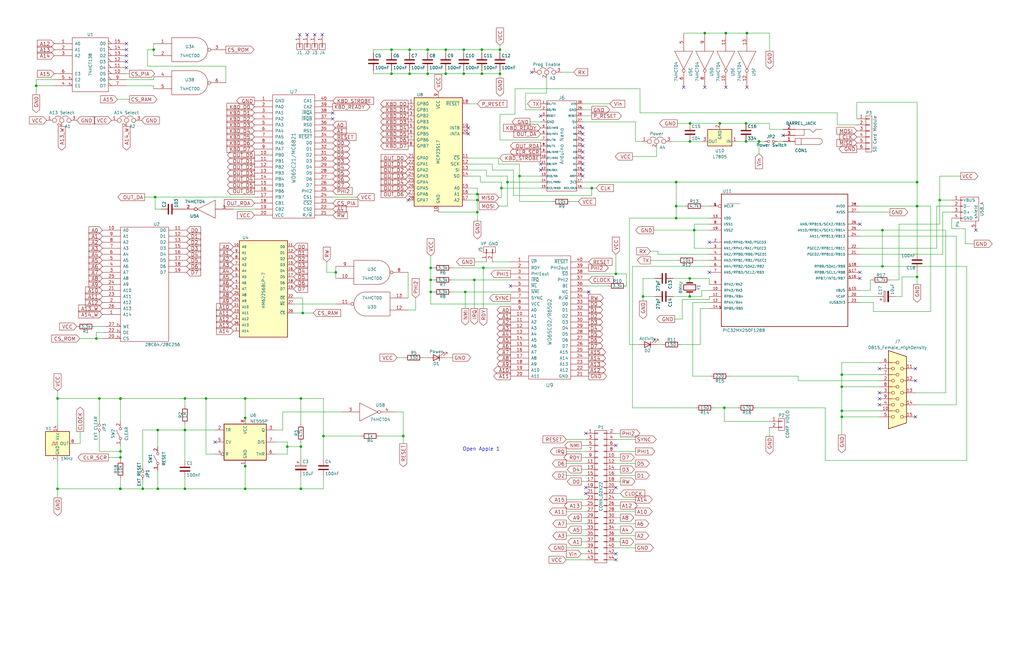
<source format=kicad_sch>
(kicad_sch (version 20211123) (generator eeschema)
  (paper "USLedger")
  (title_block (title "OpenAC1") (date "2023-06-20") (company "Famous Davis LLC") (comment 1 "which was based on the work of Vince Briel which was based on the work of Steve Woziak") (comment 2 "which was based on \"Apple 1 Replica Creation, Back to the garage\" by Tom Owad") (comment 3 "(https://github.com/tebl/RC6502-Apple-1-Replica)") (comment 4 "Based on a project by Tor-Eirik Bakke Lunde "))
  (junction (at 50.8 168.275))
  (junction (at 210.82 31.115))
  (junction (at 372.11 112.395))
  (junction (at 297.18 13.97))
  (junction (at 141.605 114.935))
  (junction (at 50.673 206.248))
  (junction (at 126.873 206.248))
  (junction (at 41.91 168.148))
  (junction (at 259.715 115.57))
  (junction (at 196.215 123.19))
  (junction (at 314.579 59.69))
  (junction (at 386.715 76.835))
  (junction (at 172.72 31.115))
  (junction (at 172.72 20.955))
  (junction (at 203.2 20.955))
  (junction (at 121.158 188.468))
  (junction (at 181.61 118.11))
  (junction (at 354.965 173.355))
  (junction (at 127.635 132.08))
  (junction (at 181.61 123.19))
  (junction (at 77.978 206.248))
  (junction (at 86.868 168.148))
  (junction (at 290.957 59.69))
  (junction (at 181.61 113.03))
  (junction (at 77.978 168.148))
  (junction (at 354.965 163.195))
  (junction (at 219.075 74.295))
  (junction (at 285.115 76.835))
  (junction (at 103.378 206.248))
  (junction (at 314.579 52.07))
  (junction (at 60.198 206.248))
  (junction (at 203.835 113.03))
  (junction (at 320.04 59.69))
  (junction (at 203.2 31.115))
  (junction (at 396.24 84.455))
  (junction (at 354.965 175.895))
  (junction (at 103.378 176.403))
  (junction (at 126.873 188.468))
  (junction (at 126.873 168.148))
  (junction (at 210.82 20.955))
  (junction (at 66.548 206.248))
  (junction (at 40.64 142.875))
  (junction (at 103.378 168.148))
  (junction (at 201.295 89.535))
  (junction (at 24.257 168.148))
  (junction (at 187.96 20.955))
  (junction (at 290.957 52.07))
  (junction (at 290.83 125.095))
  (junction (at 386.715 116.84))
  (junction (at 180.34 31.115))
  (junction (at 103.378 196.723))
  (junction (at 66.548 181.483))
  (junction (at 213.995 76.835))
  (junction (at 290.83 117.475))
  (junction (at 201.295 81.915))
  (junction (at 50.8 190.5))
  (junction (at 303.53 52.07))
  (junction (at 285.115 92.075))
  (junction (at 200.025 118.11))
  (junction (at 271.145 125.095))
  (junction (at 136.398 184.023))
  (junction (at 50.8 193.04))
  (junction (at 354.965 158.115))
  (junction (at 201.295 84.455))
  (junction (at 50.8 206.248))
  (junction (at 15.24 36.195))
  (junction (at 170.053 184.023))
  (junction (at 211.455 79.375))
  (junction (at 249.555 79.375))
  (junction (at 50.8 168.148))
  (junction (at 195.58 31.115))
  (junction (at 372.11 97.155))
  (junction (at 64.77 20.955))
  (junction (at 386.715 86.995))
  (junction (at 187.96 31.115))
  (junction (at 195.58 20.955))
  (junction (at 65.405 83.185))
  (junction (at 165.1 31.115))
  (junction (at 306.07 13.97))
  (junction (at 292.735 97.155))
  (junction (at 180.34 20.955))
  (junction (at 285.115 86.995))
  (junction (at 165.1 20.955))
  (junction (at 314.96 13.97))
  (junction (at 77.978 181.483))
  (junction (at 305.435 172.085))
  (junction (at 24.257 206.248))
  (no_connect (at 227.965 69.215))
  (no_connect (at 247.015 182.88))
  (no_connect (at 135.89 14.605))
  (no_connect (at 259.715 233.68))
  (no_connect (at 247.015 208.28))
  (no_connect (at 132.715 14.605))
  (no_connect (at 370.84 165.735))
  (no_connect (at 53.34 20.955))
  (no_connect (at 245.745 59.055))
  (no_connect (at 299.085 102.235))
  (no_connect (at 172.085 84.455))
  (no_connect (at 197.485 56.515))
  (no_connect (at 330.2 57.15))
  (no_connect (at 215.265 120.65))
  (no_connect (at 227.965 48.895))
  (no_connect (at 126.365 14.605))
  (no_connect (at 245.745 64.135))
  (no_connect (at 245.745 61.595))
  (no_connect (at 245.745 71.755))
  (no_connect (at 299.085 114.935))
  (no_connect (at 362.585 114.935))
  (no_connect (at 140.335 47.625))
  (no_connect (at 297.18 36.83))
  (no_connect (at 411.48 97.155))
  (no_connect (at 288.29 36.83))
  (no_connect (at 53.34 28.575))
  (no_connect (at 245.745 56.515))
  (no_connect (at 53.34 23.495))
  (no_connect (at 245.745 69.215))
  (no_connect (at 386.08 155.575))
  (no_connect (at 197.485 53.975))
  (no_connect (at 306.07 36.83))
  (no_connect (at 248.285 123.19))
  (no_connect (at 259.715 205.74))
  (no_connect (at 259.715 187.96))
  (no_connect (at 370.84 155.575))
  (no_connect (at 370.84 170.815))
  (no_connect (at 129.54 14.605))
  (no_connect (at 227.965 71.755))
  (no_connect (at 386.08 175.895))
  (no_connect (at 224.155 30.48))
  (no_connect (at 90.678 186.563))
  (no_connect (at 140.335 50.165))
  (no_connect (at 245.745 53.975))
  (no_connect (at 314.96 36.83))
  (no_connect (at 247.015 205.74))
  (no_connect (at 245.745 74.295))
  (no_connect (at 362.585 94.615))
  (no_connect (at 259.715 236.22))
  (no_connect (at 370.84 168.275))
  (no_connect (at 245.745 66.675))
  (no_connect (at 53.34 26.035))
  (no_connect (at 362.585 117.475))
  (no_connect (at 53.34 18.415))
  (no_connect (at 386.08 160.655))
  (wire (pts (xy 362.585 99.695) (xy 403.225 99.695)))
  (wire (pts (xy 370.84 153.035) (xy 354.965 153.035)))
  (wire (pts (xy 77.978 206.248) (xy 77.978 201.803)))
  (wire (pts (xy 180.34 20.955) (xy 187.96 20.955)))
  (wire (pts (xy 245.11 198.12) (xy 247.015 198.12)))
  (wire (pts (xy 103.378 196.723) (xy 103.3046 196.6085)))
  (wire (pts (xy 24.257 164.973) (xy 24.257 168.148)))
  (wire (pts (xy 205.105 71.755) (xy 197.485 71.755)))
  (wire (pts (xy 165.1 20.955) (xy 172.72 20.955)))
  (wire (pts (xy 361.315 50.165) (xy 361.315 43.18)))
  (wire (pts (xy 295.91 122.555) (xy 299.085 122.555)))
  (wire (pts (xy 261.62 182.88) (xy 259.715 182.88)))
  (wire (pts (xy 386.715 114.3) (xy 386.715 116.84)))
  (wire (pts (xy 203.2 31.115) (xy 203.2 29.845)))
  (wire (pts (xy 210.82 29.845) (xy 210.82 31.115)))
  (wire (pts (xy 50.8 201.803) (xy 50.8 206.248)))
  (wire (pts (xy 60.198 202.438) (xy 60.198 206.248)))
  (wire (pts (xy 221.615 46.355) (xy 227.965 46.355)))
  (wire (pts (xy 238.76 236.22) (xy 247.015 236.22)))
  (wire (pts (xy 330.2 54.61) (xy 324.485 54.61)))
  (wire (pts (xy 24.257 206.248) (xy 50.673 206.248)))
  (wire (pts (xy 267.97 215.9) (xy 259.715 215.9)))
  (wire (pts (xy 41.91 168.148) (xy 50.8 168.148)))
  (wire (pts (xy 299.085 117.475) (xy 299.085 120.015)))
  (wire (pts (xy 336.55 160.655) (xy 370.84 160.655)))
  (wire (pts (xy 249.555 79.375) (xy 251.46 79.375)))
  (wire (pts (xy 245.11 228.6) (xy 247.015 228.6)))
  (wire (pts (xy 50.8 168.275) (xy 50.8 177.927)))
  (wire (pts (xy 379.095 94.615) (xy 396.24 94.615)))
  (wire (pts (xy 77.978 181.483) (xy 77.978 194.183)))
  (wire (pts (xy 375.285 118.11) (xy 379.095 118.11)))
  (wire (pts (xy 121.158 186.563) (xy 121.158 188.468)))
  (wire (pts (xy 210.439 86.995) (xy 213.995 86.995)))
  (wire (pts (xy 265.43 145.415) (xy 265.43 92.075)))
  (wire (pts (xy 324.485 52.07) (xy 324.485 54.61)))
  (wire (pts (xy 203.2 20.955) (xy 210.82 20.955)))
  (wire (pts (xy 137.795 114.935) (xy 141.605 114.935)))
  (wire (pts (xy 127.635 125.73) (xy 127.635 132.08)))
  (wire (pts (xy 290.83 117.475) (xy 299.085 117.475)))
  (wire (pts (xy 187.96 31.115) (xy 195.58 31.115)))
  (wire (pts (xy 103.378 206.248) (xy 103.378 196.723)))
  (wire (pts (xy 290.957 52.07) (xy 303.53 52.07)))
  (wire (pts (xy 386.715 76.835) (xy 386.715 86.995)))
  (wire (pts (xy 259.715 115.57) (xy 264.16 115.57)))
  (wire (pts (xy 22.86 33.655) (xy 15.24 33.655)))
  (wire (pts (xy 136.398 168.148) (xy 136.398 184.023)))
  (wire (pts (xy 267.97 220.98) (xy 259.715 220.98)))
  (wire (pts (xy 50.8 190.5) (xy 50.8 193.04)))
  (wire (pts (xy 324.485 177.8) (xy 305.435 177.8)))
  (wire (pts (xy 103.378 176.403) (xy 103.3046 176.2885)))
  (wire (pts (xy 50.8 206.248) (xy 60.198 206.248)))
  (wire (pts (xy 287.655 134.62) (xy 284.48 134.62)))
  (wire (pts (xy 53.34 36.195) (xy 64.77 36.195)))
  (wire (pts (xy 327.66 59.69) (xy 330.2 59.69)))
  (wire (pts (xy 90.678 191.643) (xy 86.868 191.643)))
  (wire (pts (xy 295.91 125.095) (xy 295.91 122.555)))
  (wire (pts (xy 103.378 168.148) (xy 126.873 168.148)))
  (wire (pts (xy 261.62 223.52) (xy 259.715 223.52)))
  (wire (pts (xy 290.957 59.69) (xy 295.91 59.69)))
  (wire (pts (xy 65.405 83.185) (xy 107.315 83.185)))
  (wire (pts (xy 276.86 66.04) (xy 276.86 62.23)))
  (wire (pts (xy 119.253 173.863) (xy 119.253 181.483)))
  (wire (pts (xy 203.835 113.03) (xy 215.265 113.03)))
  (wire (pts (xy 368.3 131.445) (xy 392.43 131.445)))
  (wire (pts (xy 50.8 188.087) (xy 50.8 190.5)))
  (wire (pts (xy 401.32 92.075) (xy 401.32 96.52)))
  (wire (pts (xy 407.035 102.87) (xy 410.845 102.87)))
  (wire (pts (xy 261.62 213.36) (xy 259.715 213.36)))
  (wire (pts (xy 370.84 173.355) (xy 354.965 173.355)))
  (wire (pts (xy 293.37 109.855) (xy 299.085 109.855)))
  (wire (pts (xy 372.11 112.395) (xy 407.67 112.395)))
  (wire (pts (xy 181.61 118.11) (xy 182.88 118.11)))
  (wire (pts (xy 41.91 168.148) (xy 41.91 177.927)))
  (wire (pts (xy 136.398 184.023) (xy 136.398 193.548)))
  (wire (pts (xy 187.96 20.955) (xy 187.96 22.225)))
  (wire (pts (xy 210.82 20.955) (xy 210.82 22.225)))
  (wire (pts (xy 216.535 71.755) (xy 207.645 71.755)))
  (wire (pts (xy 283.845 117.475) (xy 290.83 117.475)))
  (wire (pts (xy 211.455 83.439) (xy 211.455 79.375)))
  (wire (pts (xy 259.715 107.315) (xy 259.715 115.57)))
  (wire (pts (xy 45.72 193.04) (xy 50.8 193.04)))
  (wire (pts (xy 126.873 206.248) (xy 126.873 201.168)))
  (wire (pts (xy 219.075 74.295) (xy 227.965 74.295)))
  (wire (pts (xy 300.99 172.085) (xy 305.435 172.085)))
  (wire (pts (xy 292.735 94.615) (xy 299.085 94.615)))
  (wire (pts (xy 267.97 190.5) (xy 259.715 190.5)))
  (wire (pts (xy 249.555 82.55) (xy 216.535 82.55)))
  (wire (pts (xy 181.61 123.19) (xy 182.88 123.19)))
  (wire (pts (xy 353.06 47.625) (xy 353.06 52.705)))
  (wire (pts (xy 219.075 74.295) (xy 219.075 85.09)))
  (wire (pts (xy 219.075 85.09) (xy 233.045 85.09)))
  (wire (pts (xy 60.198 206.248) (xy 66.548 206.248)))
  (wire (pts (xy 202.565 76.835) (xy 202.565 74.295)))
  (wire (pts (xy 200.025 130.175) (xy 200.025 118.11)))
  (wire (pts (xy 66.548 198.628) (xy 66.548 206.248)))
  (wire (pts (xy 299.085 130.175) (xy 295.275 130.175)))
  (wire (pts (xy 227.965 59.055) (xy 210.82 59.055)))
  (wire (pts (xy 170.053 173.863) (xy 170.053 184.023)))
  (wire (pts (xy 53.34 31.115) (xy 54.61 31.115)))
  (wire (pts (xy 275.59 97.155) (xy 292.735 97.155)))
  (wire (pts (xy 245.745 51.435) (xy 267.97 51.435)))
  (wire (pts (xy 126.873 188.468) (xy 126.873 193.548)))
  (wire (pts (xy 22.86 36.195) (xy 15.24 36.195)))
  (wire (pts (xy 362.585 97.155) (xy 372.11 97.155)))
  (wire (pts (xy 314.579 52.07) (xy 324.485 52.07)))
  (wire (pts (xy 362.585 125.095) (xy 369.951 125.095)))
  (wire (pts (xy 77.978 178.943) (xy 77.978 181.483)))
  (wire (pts (xy 213.995 86.995) (xy 213.995 76.835)))
  (wire (pts (xy 175.26 125.73) (xy 175.26 130.81)))
  (wire (pts (xy 190.5 123.19) (xy 196.215 123.19)))
  (wire (pts (xy 201.295 84.455) (xy 197.485 84.455)))
  (wire (pts (xy 187.96 20.955) (xy 195.58 20.955)))
  (wire (pts (xy 336.55 158.75) (xy 336.55 160.655)))
  (wire (pts (xy 180.34 20.955) (xy 180.34 22.225)))
  (wire (pts (xy 245.11 218.44) (xy 247.015 218.44)))
  (wire (pts (xy 201.295 89.535) (xy 184.785 89.535)))
  (wire (pts (xy 311.15 59.69) (xy 314.579 59.69)))
  (wire (pts (xy 245.745 43.815) (xy 257.175 43.815)))
  (wire (pts (xy 259.715 208.28) (xy 261.62 208.28)))
  (wire (pts (xy 292.1 127.635) (xy 299.085 127.635)))
  (wire (pts (xy 221.615 39.37) (xy 230.505 39.37)))
  (wire (pts (xy 116.078 181.483) (xy 119.253 181.483)))
  (wire (pts (xy 245.11 213.36) (xy 247.015 213.36)))
  (wire (pts (xy 386.715 86.995) (xy 386.715 106.68)))
  (wire (pts (xy 90.678 181.483) (xy 77.978 181.483)))
  (wire (pts (xy 377.571 125.095) (xy 380.365 125.095)))
  (wire (pts (xy 256.54 120.65) (xy 248.285 120.65)))
  (wire (pts (xy 103.378 206.248) (xy 126.873 206.248)))
  (wire (pts (xy 40.64 140.335) (xy 40.64 142.875)))
  (wire (pts (xy 354.965 175.895) (xy 354.965 183.515)))
  (wire (pts (xy 152.273 184.023) (xy 136.398 184.023)))
  (wire (pts (xy 62.23 20.955) (xy 64.77 20.955)))
  (wire (pts (xy 277.495 107.315) (xy 277.495 106.045)))
  (wire (pts (xy 372.11 112.395) (xy 372.11 97.155)))
  (wire (pts (xy 285.75 109.855) (xy 274.32 109.855)))
  (wire (pts (xy 181.61 128.27) (xy 215.265 128.27)))
  (wire (pts (xy 401.32 96.52) (xy 407.035 96.52)))
  (wire (pts (xy 288.29 13.97) (xy 297.18 13.97)))
  (wire (pts (xy 170.053 184.023) (xy 159.893 184.023)))
  (wire (pts (xy 396.24 84.455) (xy 396.24 74.295)))
  (wire (pts (xy 295.275 145.415) (xy 287.02 145.415)))
  (wire (pts (xy 66.548 206.248) (xy 77.978 206.248)))
  (wire (pts (xy 370.84 163.195) (xy 354.965 163.195)))
  (wire (pts (xy 197.485 66.675) (xy 210.185 66.675)))
  (wire (pts (xy 362.585 107.315) (xy 397.51 107.315)))
  (wire (pts (xy 50.673 206.248) (xy 50.8 206.248)))
  (wire (pts (xy 276.225 125.095) (xy 271.145 125.095)))
  (wire (pts (xy 347.98 194.31) (xy 407.67 194.31)))
  (wire (pts (xy 178.2569 150.9366) (xy 180.1619 150.9366)))
  (wire (pts (xy 299.085 104.775) (xy 292.735 104.775)))
  (wire (pts (xy 201.295 43.815) (xy 197.485 43.815)))
  (wire (pts (xy 245.11 233.68) (xy 247.015 233.68)))
  (wire (pts (xy 299.085 86.995) (xy 296.545 86.995)))
  (wire (pts (xy 116.078 186.563) (xy 121.158 186.563)))
  (wire (pts (xy 53.34 33.655) (xy 64.77 33.655)))
  (wire (pts (xy 240.665 85.09) (xy 243.84 85.09)))
  (wire (pts (xy 64.77 33.655) (xy 64.77 32.385)))
  (wire (pts (xy 398.78 165.735) (xy 386.08 165.735)))
  (wire (pts (xy 181.61 113.03) (xy 181.61 118.11)))
  (wire (pts (xy 126.873 168.148) (xy 126.873 178.943)))
  (wire (pts (xy 60.96 83.185) (xy 65.405 83.185)))
  (wire (pts (xy 33.782 187.198) (xy 33.782 182.118)))
  (wire (pts (xy 205.105 74.295) (xy 213.995 74.295)))
  (wire (pts (xy 392.43 131.445) (xy 392.43 86.995)))
  (wire (pts (xy 271.145 117.475) (xy 271.145 125.095)))
  (wire (pts (xy 221.615 46.355) (xy 221.615 39.37)))
  (wire (pts (xy 267.97 210.82) (xy 259.715 210.82)))
  (wire (pts (xy 24.257 194.818) (xy 24.257 206.248)))
  (wire (pts (xy 386.715 116.84) (xy 386.715 120.015)))
  (wire (pts (xy 67.945 88.265) (xy 65.405 88.265)))
  (wire (pts (xy 283.845 125.095) (xy 290.83 125.095)))
  (wire (pts (xy 372.11 97.155) (xy 398.78 97.155)))
  (wire (pts (xy 77.978 206.248) (xy 103.378 206.248)))
  (wire (pts (xy 64.77 18.415) (xy 64.77 20.955)))
  (wire (pts (xy 292.735 97.155) (xy 292.735 94.615)))
  (wire (pts (xy 64.77 20.955) (xy 64.77 23.495)))
  (wire (pts (xy 126.873 186.563) (xy 126.873 188.468)))
  (wire (pts (xy 77.978 171.323) (xy 77.978 168.148)))
  (wire (pts (xy 396.24 84.455) (xy 401.32 84.455)))
  (wire (pts (xy 127.635 132.08) (xy 132.08 132.08)))
  (wire (pts (xy 230.505 39.37) (xy 230.505 33.02)))
  (wire (pts (xy 285.623 52.07) (xy 290.957 52.07)))
  (wire (pts (xy 287.655 126.365) (xy 287.655 134.62)))
  (wire (pts (xy 386.715 43.18) (xy 386.715 76.835)))
  (wire (pts (xy 403.225 99.695) (xy 403.225 170.815)))
  (wire (pts (xy 31.877 187.198) (xy 33.782 187.198)))
  (wire (pts (xy 195.58 20.955) (xy 203.2 20.955)))
  (wire (pts (xy 207.645 71.755) (xy 207.645 69.215)))
  (wire (pts (xy 392.43 86.995) (xy 386.715 86.995)))
  (wire (pts (xy 397.51 89.535) (xy 401.32 89.535)))
  (wire (pts (xy 249.555 48.895) (xy 245.745 48.895)))
  (wire (pts (xy 267.97 185.42) (xy 259.715 185.42)))
  (wire (pts (xy 203.2 31.115) (xy 210.82 31.115)))
  (wire (pts (xy 197.485 79.375) (xy 201.295 79.375)))
  (wire (pts (xy 354.965 158.115) (xy 354.965 163.195)))
  (wire (pts (xy 266.7 172.085) (xy 293.37 172.085)))
  (wire (pts (xy 50.8 193.04) (xy 50.8 194.183)))
  (wire (pts (xy 386.715 86.995) (xy 362.585 86.995)))
  (wire (pts (xy 370.84 175.895) (xy 354.965 175.895)))
  (wire (pts (xy 266.7 112.395) (xy 266.7 172.085)))
  (wire (pts (xy 157.48 31.115) (xy 165.1 31.115)))
  (wire (pts (xy 362.585 112.395) (xy 372.11 112.395)))
  (wire (pts (xy 201.295 84.455) (xy 201.295 89.535)))
  (wire (pts (xy 285.115 76.835) (xy 285.115 86.995)))
  (wire (pts (xy 201.295 89.535) (xy 201.295 93.345)))
  (wire (pts (xy 50.8 168.148) (xy 77.978 168.148)))
  (wire (pts (xy 292.1 158.75) (xy 299.72 158.75)))
  (wire (pts (xy 201.295 79.375) (xy 201.295 81.915)))
  (wire (pts (xy 195.58 31.115) (xy 203.2 31.115)))
  (wire (pts (xy 167.4619 150.9366) (xy 170.6369 150.9366)))
  (wire (pts (xy 182.88 113.03) (xy 181.61 113.03)))
  (wire (pts (xy 238.76 195.58) (xy 247.015 195.58)))
  (wire (pts (xy 247.015 231.14) (xy 238.76 231.14)))
  (wire (pts (xy 292.735 97.155) (xy 299.085 97.155)))
  (wire (pts (xy 347.98 172.085) (xy 347.98 194.31)))
  (wire (pts (xy 141.605 114.935) (xy 141.605 117.475)))
  (wire (pts (xy 261.62 203.2) (xy 259.715 203.2)))
  (wire (pts (xy 396.24 94.615) (xy 396.24 84.455)))
  (wire (pts (xy 245.745 76.835) (xy 285.115 76.835)))
  (wire (pts (xy 201.295 81.915) (xy 201.295 84.455)))
  (wire (pts (xy 259.715 231.14) (xy 267.97 231.14)))
  (wire (pts (xy 398.78 97.155) (xy 398.78 165.735)))
  (wire (pts (xy 126.873 168.148) (xy 136.398 168.148)))
  (wire (pts (xy 306.07 13.97) (xy 314.96 13.97)))
  (wire (pts (xy 136.398 206.248) (xy 136.398 201.168)))
  (wire (pts (xy 213.995 74.295) (xy 213.995 76.835)))
  (wire (pts (xy 190.5 118.11) (xy 200.025 118.11)))
  (wire (pts (xy 236.855 30.48) (xy 241.935 30.48)))
  (wire (pts (xy 248.285 115.57) (xy 259.715 115.57)))
  (wire (pts (xy 123.825 132.08) (xy 127.635 132.08)))
  (wire (pts (xy 187.7819 150.9366) (xy 190.9569 150.9366)))
  (wire (pts (xy 290.83 125.095) (xy 295.91 125.095)))
  (wire (pts (xy 103.378 168.148) (xy 103.378 176.403)))
  (wire (pts (xy 211.455 76.835) (xy 211.455 79.375)))
  (wire (pts (xy 249.555 79.375) (xy 249.555 82.55)))
  (wire (pts (xy 121.158 191.643) (xy 121.158 188.468)))
  (wire (pts (xy 353.06 52.705) (xy 361.315 52.705)))
  (wire (pts (xy 24.257 168.148) (xy 24.257 179.578)))
  (wire (pts (xy 203.835 130.175) (xy 203.835 113.03)))
  (wire (pts (xy 264.16 115.57) (xy 264.16 120.65)))
  (wire (pts (xy 172.085 114.935) (xy 172.085 125.73)))
  (wire (pts (xy 223.52 51.435) (xy 227.965 51.435)))
  (wire (pts (xy 245.11 187.96) (xy 247.015 187.96)))
  (wire (pts (xy 362.585 104.775) (xy 394.97 104.775)))
  (wire (pts (xy 238.76 220.98) (xy 247.015 220.98)))
  (wire (pts (xy 95.25 27.94) (xy 95.25 34.925)))
  (wire (pts (xy 211.455 79.375) (xy 227.965 79.375)))
  (wire (pts (xy 238.76 210.82) (xy 247.015 210.82)))
  (wire (pts (xy 276.225 117.475) (xy 271.145 117.475)))
  (wire (pts (xy 320.04 59.69) (xy 322.58 59.69)))
  (wire (pts (xy 210.82 59.055) (xy 210.82 48.26)))
  (wire (pts (xy 172.72 31.115) (xy 172.72 29.845)))
  (wire (pts (xy 305.435 177.8) (xy 305.435 172.085)))
  (wire (pts (xy 283.21 59.69) (xy 290.957 59.69)))
  (wire (pts (xy 249.555 79.375) (xy 245.745 79.375)))
  (wire (pts (xy 217.17 37.465) (xy 269.875 37.465)))
  (wire (pts (xy 407.035 96.52) (xy 407.035 102.87)))
  (wire (pts (xy 379.095 118.11) (xy 379.095 94.615)))
  (wire (pts (xy 285.115 92.075) (xy 299.085 92.075)))
  (wire (pts (xy 196.215 123.19) (xy 215.265 123.19)))
  (wire (pts (xy 299.085 125.095) (xy 299.085 126.365)))
  (wire (pts (xy 210.312 83.439) (xy 211.455 83.439)))
  (wire (pts (xy 195.58 31.115) (xy 195.58 29.845)))
  (wire (pts (xy 211.455 76.835) (xy 202.565 76.835)))
  (wire (pts (xy 259.715 228.6) (xy 261.62 228.6)))
  (wire (pts (xy 165.1 29.845) (xy 165.1 31.115)))
  (wire (pts (xy 41.91 183.007) (xy 41.91 190.5)))
  (wire (pts (xy 245.11 223.52) (xy 247.015 223.52)))
  (wire (pts (xy 98.425 88.265) (xy 107.315 88.265)))
  (wire (pts (xy 60.198 181.483) (xy 66.548 181.483)))
  (wire (pts (xy 137.795 110.49) (xy 137.795 114.935)))
  (wire (pts (xy 266.7 66.04) (xy 276.86 66.04)))
  (wire (pts (xy 292.735 104.775) (xy 292.735 97.155)))
  (wire (pts (xy 165.1 31.115) (xy 172.72 31.115)))
  (wire (pts (xy 295.275 130.175) (xy 295.275 145.415)))
  (wire (pts (xy 394.97 86.995) (xy 401.32 86.995)))
  (wire (pts (xy 318.77 172.085) (xy 347.98 172.085)))
  (wire (pts (xy 62.23 20.955) (xy 62.23 27.94)))
  (wire (pts (xy 265.43 92.075) (xy 285.115 92.075)))
  (wire (pts (xy 362.585 89.535) (xy 375.285 89.535)))
  (wire (pts (xy 238.76 200.66) (xy 247.015 200.66)))
  (wire (pts (xy 271.145 125.095) (xy 271.145 127)))
  (wire (pts (xy 370.84 158.115) (xy 354.965 158.115)))
  (wire (pts (xy 144.018 173.863) (xy 119.253 173.863)))
  (wire (pts (xy 354.965 173.355) (xy 354.965 175.895)))
  (wire (pts (xy 140.335 83.185) (xy 150.495 83.185)))
  (wire (pts (xy 354.965 153.035) (xy 354.965 158.115)))
  (wire (pts (xy 213.995 76.835) (xy 227.965 76.835)))
  (wire (pts (xy 238.76 185.42) (xy 247.015 185.42)))
  (wire (pts (xy 210.82 19.05) (xy 210.82 20.955)))
  (wire (pts (xy 217.17 48.26) (xy 217.17 37.465)))
  (wire (pts (xy 172.72 20.955) (xy 180.34 20.955)))
  (wire (pts (xy 62.23 27.94) (xy 95.25 27.94)))
  (wire (pts (xy 50.8 168.275) (xy 50.8 168.148)))
  (wire (pts (xy 205.105 71.755) (xy 205.105 74.295)))
  (wire (pts (xy 175.26 130.81) (xy 172.085 130.81)))
  (wire (pts (xy 65.405 88.265) (xy 65.405 83.185)))
  (wire (pts (xy 33.655 142.875) (xy 40.64 142.875)))
  (wire (pts (xy 49.53 41.91) (xy 54.61 41.91)))
  (wire (pts (xy 77.978 168.148) (xy 86.868 168.148)))
  (wire (pts (xy 380.365 116.84) (xy 386.715 116.84)))
  (wire (pts (xy 324.485 13.97) (xy 324.485 21.59)))
  (wire (pts (xy 196.215 130.175) (xy 196.215 123.19)))
  (wire (pts (xy 210.82 48.26) (xy 217.17 48.26)))
  (wire (pts (xy 362.585 127.635) (xy 368.3 127.635)))
  (wire (pts (xy 66.548 181.483) (xy 66.548 188.468)))
  (wire (pts (xy 200.025 118.11) (xy 215.265 118.11)))
  (wire (pts (xy 216.535 82.55) (xy 216.535 71.755)))
  (wire (pts (xy 367.03 122.555) (xy 367.03 118.11)))
  (wire (pts (xy 324.485 180.34) (xy 324.485 184.15)))
  (wire (pts (xy 64.77 36.195) (xy 64.77 37.465)))
  (wire (pts (xy 267.97 59.69) (xy 267.97 51.435)))
  (wire (pts (xy 380.365 125.095) (xy 380.365 116.84)))
  (wire (pts (xy 314.579 59.69) (xy 320.04 59.69)))
  (wire (pts (xy 245.11 203.2) (xy 247.015 203.2)))
  (wire (pts (xy 116.078 191.643) (xy 121.158 191.643)))
  (wire (pts (xy 157.48 20.955) (xy 165.1 20.955)))
  (wire (pts (xy 305.435 172.085) (xy 311.15 172.085)))
  (wire (pts (xy 41.91 190.5) (xy 50.8 190.5)))
  (wire (pts (xy 172.72 20.955) (xy 172.72 22.225)))
  (wire (pts (xy 314.96 13.97) (xy 324.485 13.97)))
  (wire (pts (xy 165.1 20.955) (xy 165.1 22.225)))
  (wire (pts (xy 403.225 170.815) (xy 386.08 170.815)))
  (wire (pts (xy 202.565 74.295) (xy 197.485 74.295)))
  (wire (pts (xy 238.76 226.06) (xy 247.015 226.06)))
  (wire (pts (xy 123.825 128.27) (xy 141.605 128.27)))
  (wire (pts (xy 210.185 66.675) (xy 210.185 69.215)))
  (wire (pts (xy 190.5 113.03) (xy 203.835 113.03)))
  (wire (pts (xy 261.62 193.04) (xy 259.715 193.04)))
  (wire (pts (xy 269.875 47.625) (xy 353.06 47.625)))
  (wire (pts (xy 288.925 86.995) (xy 285.115 86.995)))
  (wire (pts (xy 394.97 104.775) (xy 394.97 86.995)))
  (wire (pts (xy 354.965 163.195) (xy 354.965 173.355)))
  (wire (pts (xy 299.085 107.315) (xy 277.495 107.315)))
  (wire (pts (xy 238.76 190.5) (xy 247.015 190.5)))
  (wire (pts (xy 219.075 69.215) (xy 219.075 74.295)))
  (wire (pts (xy 270.51 59.69) (xy 267.97 59.69)))
  (wire (pts (xy 187.96 31.115) (xy 187.96 29.845)))
  (wire (pts (xy 397.51 107.315) (xy 397.51 89.535)))
  (wire (pts (xy 170.053 184.023) (xy 170.053 187.198)))
  (wire (pts (xy 121.158 188.468) (xy 126.873 188.468)))
  (wire (pts (xy 299.085 112.395) (xy 266.7 112.395)))
  (wire (pts (xy 361.315 43.18) (xy 386.715 43.18)))
  (wire (pts (xy 267.97 195.58) (xy 259.715 195.58)))
  (wire (pts (xy 299.085 126.365) (xy 287.655 126.365)))
  (wire (pts (xy 24.257 206.248) (xy 24.257 210.058)))
  (wire (pts (xy 207.645 69.215) (xy 197.485 69.215)))
  (wire (pts (xy 307.34 158.75) (xy 336.55 158.75)))
  (wire (pts (xy 141.605 112.395) (xy 141.605 114.935)))
  (wire (pts (xy 396.24 74.295) (xy 405.13 74.295)))
  (wire (pts (xy 180.34 31.115) (xy 187.96 31.115)))
  (wire (pts (xy 60.198 197.358) (xy 60.198 181.483)))
  (wire (pts (xy 15.24 33.655) (xy 15.24 36.195)))
  (wire (pts (xy 245.11 193.04) (xy 247.015 193.04)))
  (wire (pts (xy 267.97 226.06) (xy 259.715 226.06)))
  (wire (pts (xy 210.185 69.215) (xy 219.075 69.215)))
  (wire (pts (xy 43.18 140.335) (xy 40.64 140.335)))
  (wire (pts (xy 249.555 46.355) (xy 245.745 46.355)))
  (wire (pts (xy 269.875 37.465) (xy 269.875 47.625)))
  (wire (pts (xy 207.645 110.49) (xy 215.265 110.49)))
  (wire (pts (xy 277.495 106.045) (xy 274.32 106.045)))
  (wire (pts (xy 407.67 194.31) (xy 407.67 112.395)))
  (wire (pts (xy 66.548 181.483) (xy 77.978 181.483)))
  (wire (pts (xy 210.82 31.115) (xy 210.82 33.02)))
  (wire (pts (xy 292.1 158.75) (xy 292.1 127.635)))
  (wire (pts (xy 285.115 86.995) (xy 285.115 92.075)))
  (wire (pts (xy 362.585 122.555) (xy 367.03 122.555)))
  (wire (pts (xy 126.873 206.248) (xy 136.398 206.248)))
  (wire (pts (xy 86.868 168.148) (xy 86.868 191.643)))
  (wire (pts (xy 320.04 59.69) (xy 320.04 64.897)))
  (wire (pts (xy 157.48 29.845) (xy 157.48 31.115)))
  (wire (pts (xy 200.025 110.49) (xy 205.105 110.49)))
  (wire (pts (xy 172.72 31.115) (xy 180.34 31.115)))
  (wire (pts (xy 181.61 118.11) (xy 181.61 123.19)))
  (wire (pts (xy 166.878 173.863) (xy 170.053 173.863)))
  (wire (pts (xy 285.115 76.835) (xy 386.715 76.835)))
  (wire (pts (xy 123.825 125.73) (xy 127.635 125.73)))
  (wire (pts (xy 261.62 218.44) (xy 259.715 218.44)))
  (wire (pts (xy 180.34 31.115) (xy 180.34 29.845)))
  (wire (pts (xy 15.24 36.195) (xy 15.24 40.005)))
  (wire (pts (xy 157.48 20.955) (xy 157.48 22.225)))
  (wire (pts (xy 24.257 168.148) (xy 41.91 168.148)))
  (wire (pts (xy 181.61 123.19) (xy 181.61 128.27)))
  (wire (pts (xy 197.485 81.915) (xy 201.295 81.915)))
  (wire (pts (xy 238.76 215.9) (xy 247.015 215.9)))
  (wire (pts (xy 269.24 145.415) (xy 265.43 145.415)))
  (wire (pts (xy 297.18 13.97) (xy 306.07 13.97)))
  (wire (pts (xy 279.4 145.415) (xy 276.86 145.415)))
  (wire (pts (xy 86.868 168.148) (xy 103.378 168.148)))
  (wire (pts (xy 261.62 198.12) (xy 259.715 198.12)))
  (wire (pts (xy 181.61 107.95) (xy 181.61 113.03)))
  (wire (pts (xy 203.2 20.955) (xy 203.2 22.225)))
  (wire (pts (xy 195.58 20.955) (xy 195.58 22.225)))
  (wire (pts (xy 259.715 200.66) (xy 267.97 200.66)))
  (wire (pts (xy 368.3 127.635) (xy 368.3 131.445)))
  (wire (pts (xy 40.005 137.795) (xy 43.18 137.795)))
  (wire (pts (xy 367.03 118.11) (xy 367.665 118.11)))
  (wire (pts (xy 303.53 52.07) (xy 314.579 52.07)))
  (wire (pts (xy 40.64 142.875) (xy 43.18 142.875)))
  (text "Open Apple 1" (at 210.82 190.5 180) (effects (font (size 1.524 1.524)) (justify right bottom)))
  (global_label "RX" (shape input) (at 274.32 106.045 180) (effects (font (size 1.524 1.524))) (property "Intersheet References" "${INTERSHEET_REFS}" (effects hide)))
  (global_label "VCC" (shape input) (at 107.315 90.805 180) (effects (font (size 1.524 1.524))) (property "Intersheet References" "${INTERSHEET_REFS}" (effects hide)))
  (global_label "RESET" (shape input) (at 238.76 185.42 180) (effects (font (size 1.524 1.524))) (property "Intersheet References" "${INTERSHEET_REFS}" (effects hide)))
  (global_label "KBD_D5" (shape input) (at 107.315 57.785 180) (effects (font (size 1.524 1.524))) (property "Intersheet References" "${INTERSHEET_REFS}" (effects hide)))
  (global_label "GND" (shape output) (at 24.257 210.058 270) (effects (font (size 1.524 1.524))) (property "Intersheet References" "${INTERSHEET_REFS}" (effects hide)))
  (global_label "CS_RAM" (shape input) (at 132.08 132.08 0) (effects (font (size 1.524 1.524))) (property "Intersheet References" "${INTERSHEET_REFS}" (effects hide)))
  (global_label "A3" (shape output) (at 238.76 226.06 180) (effects (font (size 1.524 1.524))) (property "Intersheet References" "${INTERSHEET_REFS}" (effects hide)))
  (global_label "CLOCK" (shape input) (at 248.285 118.11 0) (effects (font (size 1.524 1.524))) (property "Intersheet References" "${INTERSHEET_REFS}" (effects hide)))
  (global_label "A7" (shape output) (at 238.76 220.98 180) (effects (font (size 1.524 1.524))) (property "Intersheet References" "${INTERSHEET_REFS}" (effects hide)))
  (global_label "A13" (shape input) (at 98.425 137.16 180) (effects (font (size 1.524 1.524))) (property "Intersheet References" "${INTERSHEET_REFS}" (effects hide)))
  (global_label "OUT_D2" (shape output) (at 107.315 70.485 180) (effects (font (size 1.524 1.524))) (property "Intersheet References" "${INTERSHEET_REFS}" (effects hide)))
  (global_label "A6" (shape input) (at 98.425 119.38 180) (effects (font (size 1.524 1.524))) (property "Intersheet References" "${INTERSHEET_REFS}" (effects hide)))
  (global_label "A1" (shape input) (at 140.335 55.245 0) (effects (font (size 1.524 1.524))) (property "Intersheet References" "${INTERSHEET_REFS}" (effects hide)))
  (global_label "A9" (shape input) (at 98.425 127 180) (effects (font (size 1.524 1.524))) (property "Intersheet References" "${INTERSHEET_REFS}" (effects hide)))
  (global_label "A0" (shape input) (at 43.18 97.155 180) (effects (font (size 1.524 1.524))) (property "Intersheet References" "${INTERSHEET_REFS}" (effects hide)))
  (global_label "OUT_D5" (shape output) (at 107.315 78.105 180) (effects (font (size 1.524 1.524))) (property "Intersheet References" "${INTERSHEET_REFS}" (effects hide)))
  (global_label "GND" (shape output) (at 324.485 21.59 270) (effects (font (size 1.524 1.524))) (property "Intersheet References" "${INTERSHEET_REFS}" (effects hide)))
  (global_label "A7" (shape output) (at 215.265 148.59 180) (effects (font (size 1.524 1.524))) (property "Intersheet References" "${INTERSHEET_REFS}" (effects hide)))
  (global_label "A7" (shape input) (at 98.425 121.92 180) (effects (font (size 1.524 1.524))) (property "Intersheet References" "${INTERSHEET_REFS}" (effects hide)))
  (global_label "GND" (shape input) (at 32.385 50.8 0) (effects (font (size 1.524 1.524))) (property "Intersheet References" "${INTERSHEET_REFS}" (effects hide)))
  (global_label "NMI" (shape output) (at 196.215 130.175 270) (effects (font (size 1.524 1.524))) (property "Intersheet References" "${INTERSHEET_REFS}" (effects hide)))
  (global_label "PHI2" (shape output) (at 261.62 182.88 0) (effects (font (size 1.524 1.524))) (property "Intersheet References" "${INTERSHEET_REFS}" (effects hide)))
  (global_label "VCC" (shape input) (at 150.495 83.185 0) (effects (font (size 1.524 1.524))) (property "Intersheet References" "${INTERSHEET_REFS}" (effects hide)))
  (global_label "A9" (shape output) (at 245.11 218.44 180) (effects (font (size 1.524 1.524))) (property "Intersheet References" "${INTERSHEET_REFS}" (effects hide)))
  (global_label "A9" (shape input) (at 43.18 120.015 180) (effects (font (size 1.524 1.524))) (property "Intersheet References" "${INTERSHEET_REFS}" (effects hide)))
  (global_label "GND" (shape output) (at 190.9569 150.9366 0) (effects (font (size 1.524 1.524))) (property "Intersheet References" "${INTERSHEET_REFS}" (effects hide)))
  (global_label "KBD_D0" (shape output) (at 172.085 43.815 180) (effects (font (size 1.524 1.524))) (property "Intersheet References" "${INTERSHEET_REFS}" (effects hide)))
  (global_label "CLK" (shape input) (at 361.315 57.785 180) (effects (font (size 1.524 1.524))) (property "Intersheet References" "${INTERSHEET_REFS}" (effects hide)))
  (global_label "A3" (shape input) (at 98.425 111.76 180) (effects (font (size 1.524 1.524))) (property "Intersheet References" "${INTERSHEET_REFS}" (effects hide)))
  (global_label "D1" (shape input) (at 78.74 99.695 0) (effects (font (size 1.524 1.524))) (property "Intersheet References" "${INTERSHEET_REFS}" (effects hide)))
  (global_label "A1" (shape output) (at 245.11 228.6 180) (effects (font (size 1.524 1.524))) (property "Intersheet References" "${INTERSHEET_REFS}" (effects hide)))
  (global_label "IRQ" (shape output) (at 200.025 130.175 270) (effects (font (size 1.524 1.524))) (property "Intersheet References" "${INTERSHEET_REFS}" (effects hide)))
  (global_label "GND" (shape output) (at 271.145 127 270) (effects (font (size 1.524 1.524))) (property "Intersheet References" "${INTERSHEET_REFS}" (effects hide)))
  (global_label "CS_PIA" (shape output) (at 54.61 31.115 0) (effects (font (size 1.524 1.524))) (property "Intersheet References" "${INTERSHEET_REFS}" (effects hide)))
  (global_label "CLR_SCR" (shape output) (at 227.965 64.135 180) (effects (font (size 1.524 1.524))) (property "Intersheet References" "${INTERSHEET_REFS}" (effects hide)))
  (global_label "KBD_D4" (shape input) (at 107.315 55.245 180) (effects (font (size 1.524 1.524))) (property "Intersheet References" "${INTERSHEET_REFS}" (effects hide)))
  (global_label "CLK" (shape input) (at 251.46 79.375 0) (effects (font (size 1.524 1.524))) (property "Intersheet References" "${INTERSHEET_REFS}" (effects hide)))
  (global_label "A2" (shape input) (at 43.18 102.235 180) (effects (font (size 1.524 1.524))) (property "Intersheet References" "${INTERSHEET_REFS}" (effects hide)))
  (global_label "A2" (shape output) (at 267.97 226.06 0) (effects (font (size 1.524 1.524))) (property "Intersheet References" "${INTERSHEET_REFS}" (effects hide)))
  (global_label "D3" (shape output) (at 248.285 135.89 0) (effects (font (size 1.524 1.524))) (property "Intersheet References" "${INTERSHEET_REFS}" (effects hide)))
  (global_label "A14" (shape output) (at 267.97 210.82 0) (effects (font (size 1.524 1.524))) (property "Intersheet References" "${INTERSHEET_REFS}" (effects hide)))
  (global_label "SYNC" (shape output) (at 267.97 185.42 0) (effects (font (size 1.524 1.524))) (property "Intersheet References" "${INTERSHEET_REFS}" (effects hide)))
  (global_label "A14" (shape output) (at 248.285 151.13 0) (effects (font (size 1.524 1.524))) (property "Intersheet References" "${INTERSHEET_REFS}" (effects hide)))
  (global_label "A11" (shape input) (at 43.18 125.095 180) (effects (font (size 1.524 1.524))) (property "Intersheet References" "${INTERSHEET_REFS}" (effects hide)))
  (global_label "VCC" (shape output) (at 405.13 74.295 0) (effects (font (size 1.524 1.524))) (property "Intersheet References" "${INTERSHEET_REFS}" (effects hide)))
  (global_label "OUT_D6" (shape output) (at 107.315 80.645 180) (effects (font (size 1.524 1.524))) (property "Intersheet References" "${INTERSHEET_REFS}" (effects hide)))
  (global_label "GND" (shape output) (at 200.025 110.49 180) (effects (font (size 1.524 1.524))) (property "Intersheet References" "${INTERSHEET_REFS}" (effects hide)))
  (global_label "P_RESET" (shape input) (at 201.295 43.815 0) (effects (font (size 1.524 1.524))) (property "Intersheet References" "${INTERSHEET_REFS}" (effects hide)))
  (global_label "CLR_SCR" (shape output) (at 45.72 193.04 180) (effects (font (size 1.524 1.524))) (property "Intersheet References" "${INTERSHEET_REFS}" (effects hide)))
  (global_label "A1" (shape input) (at 98.425 106.68 180) (effects (font (size 1.524 1.524))) (property "Intersheet References" "${INTERSHEET_REFS}" (effects hide)))
  (global_label "SYNC" (shape output) (at 215.265 125.73 180) (effects (font (size 1.524 1.524))) (property "Intersheet References" "${INTERSHEET_REFS}" (effects hide)))
  (global_label "OUT_D4" (shape output) (at 107.315 75.565 180) (effects (font (size 1.524 1.524))) (property "Intersheet References" "${INTERSHEET_REFS}" (effects hide)))
  (global_label "D0" (shape output) (at 248.285 128.27 0) (effects (font (size 1.524 1.524))) (property "Intersheet References" "${INTERSHEET_REFS}" (effects hide)))
  (global_label "D6" (shape input) (at 78.74 112.395 0) (effects (font (size 1.524 1.524))) (property "Intersheet References" "${INTERSHEET_REFS}" (effects hide)))
  (global_label "A15" (shape output) (at 238.76 210.82 180) (effects (font (size 1.524 1.524))) (property "Intersheet References" "${INTERSHEET_REFS}" (effects hide)))
  (global_label "A12" (shape input) (at 22.86 18.415 180) (effects (font (size 1.524 1.524))) (property "Intersheet References" "${INTERSHEET_REFS}" (effects hide)))
  (global_label "GND" (shape output) (at 285.623 52.07 180) (effects (font (size 1.524 1.524))) (property "Intersheet References" "${INTERSHEET_REFS}" (effects hide)))
  (global_label "A15" (shape input) (at 22.86 31.115 180) (effects (font (size 1.524 1.524))) (property "Intersheet References" "${INTERSHEET_REFS}" (effects hide)))
  (global_label "OUT_RDA" (shape output) (at 227.965 61.595 180) (effects (font (size 1.524 1.524))) (property "Intersheet References" "${INTERSHEET_REFS}" (effects hide)))
  (global_label "RW" (shape output) (at 261.62 203.2 0) (effects (font (size 1.524 1.524))) (property "Intersheet References" "${INTERSHEET_REFS}" (effects hide)))
  (global_label "RDY" (shape output) (at 245.11 193.04 180) (effects (font (size 1.524 1.524))) (property "Intersheet References" "${INTERSHEET_REFS}" (effects hide)))
  (global_label "KBD_D7" (shape input) (at 107.315 62.865 180) (effects (font (size 1.524 1.524))) (property "Intersheet References" "${INTERSHEET_REFS}" (effects hide)))
  (global_label "MISO" (shape input) (at 361.315 60.325 180) (effects (font (size 1.524 1.524))) (property "Intersheet References" "${INTERSHEET_REFS}" (effects hide)))
  (global_label "RESET" (shape input) (at 140.335 57.785 0) (effects (font (size 1.524 1.524))) (property "Intersheet References" "${INTERSHEET_REFS}" (effects hide)))
  (global_label "D3" (shape bidirectional) (at 140.335 67.945 0) (effects (font (size 1.524 1.524))) (property "Intersheet References" "${INTERSHEET_REFS}" (effects hide)))
  (global_label "D2" (shape bidirectional) (at 140.335 65.405 0) (effects (font (size 1.524 1.524))) (property "Intersheet References" "${INTERSHEET_REFS}" (effects hide)))
  (global_label "A8" (shape output) (at 261.62 218.44 0) (effects (font (size 1.524 1.524))) (property "Intersheet References" "${INTERSHEET_REFS}" (effects hide)))
  (global_label "D3" (shape output) (at 261.62 198.12 0) (effects (font (size 1.524 1.524))) (property "Intersheet References" "${INTERSHEET_REFS}" (effects hide)))
  (global_label "GND" (shape output) (at 201.295 93.345 270) (effects (font (size 1.524 1.524))) (property "Intersheet References" "${INTERSHEET_REFS}" (effects hide)))
  (global_label "VCC" (shape input) (at 238.76 236.22 180) (effects (font (size 1.524 1.524))) (property "Intersheet References" "${INTERSHEET_REFS}" (effects hide)))
  (global_label "RW" (shape input) (at 140.335 90.805 0) (effects (font (size 1.524 1.524))) (property "Intersheet References" "${INTERSHEET_REFS}" (effects hide)))
  (global_label "KBD_D7" (shape output) (at 172.085 61.595 180) (effects (font (size 1.524 1.524))) (property "Intersheet References" "${INTERSHEET_REFS}" (effects hide)))
  (global_label "D0" (shape input) (at 123.825 104.14 0) (effects (font (size 1.524 1.524))) (property "Intersheet References" "${INTERSHEET_REFS}" (effects hide)))
  (global_label "RX" (shape input) (at 241.935 30.48 0) (effects (font (size 1.524 1.524))) (property "Intersheet References" "${INTERSHEET_REFS}" (effects hide)))
  (global_label "A6" (shape output) (at 215.265 146.05 180) (effects (font (size 1.524 1.524))) (property "Intersheet References" "${INTERSHEET_REFS}" (effects hide)))
  (global_label "A13" (shape input) (at 22.86 20.955 180) (effects (font (size 1.524 1.524))) (property "Intersheet References" "${INTERSHEET_REFS}" (effects hide)))
  (global_label "Vin" (shape input) (at 257.175 43.815 0) (effects (font (size 1.524 1.524))) (property "Intersheet References" "${INTERSHEET_REFS}" (effects hide)))
  (global_label "OUT_D0" (shape output) (at 107.315 65.405 180) (effects (font (size 1.524 1.524))) (property "Intersheet References" "${INTERSHEET_REFS}" (effects hide)))
  (global_label "MOSI" (shape input) (at 361.315 55.245 180) (effects (font (size 1.524 1.524))) (property "Intersheet References" "${INTERSHEET_REFS}" (effects hide)))
  (global_label "A1" (shape input) (at 43.18 99.695 180) (effects (font (size 1.524 1.524))) (property "Intersheet References" "${INTERSHEET_REFS}" (effects hide)))
  (global_label "A12" (shape output) (at 248.285 156.21 0) (effects (font (size 1.524 1.524))) (property "Intersheet References" "${INTERSHEET_REFS}" (effects hide)))
  (global_label "A13_W" (shape output) (at 26.035 53.34 270) (effects (font (size 1.524 1.524))) (property "Intersheet References" "${INTERSHEET_REFS}" (effects hide)))
  (global_label "A9" (shape output) (at 215.265 153.67 180) (effects (font (size 1.524 1.524))) (property "Intersheet References" "${INTERSHEET_REFS}" (effects hide)))
  (global_label "RDY" (shape output) (at 203.835 130.175 270) (effects (font (size 1.524 1.524))) (property "Intersheet References" "${INTERSHEET_REFS}" (effects hide)))
  (global_label "A10" (shape output) (at 215.265 156.21 180) (effects (font (size 1.524 1.524))) (property "Intersheet References" "${INTERSHEET_REFS}" (effects hide)))
  (global_label "OUT_D3" (shape input) (at 172.085 74.295 180) (effects (font (size 1.524 1.524))) (property "Intersheet References" "${INTERSHEET_REFS}" (effects hide)))
  (global_label "A11" (shape input) (at 98.425 132.08 180) (effects (font (size 1.524 1.524))) (property "Intersheet References" "${INTERSHEET_REFS}" (effects hide)))
  (global_label "KBD_D2" (shape input) (at 107.315 50.165 180) (effects (font (size 1.524 1.524))) (property "Intersheet References" "${INTERSHEET_REFS}" (effects hide)))
  (global_label "GND" (shape output) (at 354.965 183.515 270) (effects (font (size 1.524 1.524))) (property "Intersheet References" "${INTERSHEET_REFS}" (effects hide)))
  (global_label "MOSI" (shape input) (at 210.439 86.995 180) (effects (font (size 1.524 1.524))) (property "Intersheet References" "${INTERSHEET_REFS}" (effects hide)))
  (global_label "PHI1" (shape output) (at 215.265 115.57 180) (effects (font (size 1.524 1.524))) (property "Intersheet References" "${INTERSHEET_REFS}" (effects hide)))
  (global_label "D3" (shape input) (at 78.74 104.775 0) (effects (font (size 1.524 1.524))) (property "Intersheet References" "${INTERSHEET_REFS}" (effects hide)))
  (global_label "A10" (shape input) (at 98.425 129.54 180) (effects (font (size 1.524 1.524))) (property "Intersheet References" "${INTERSHEET_REFS}" (effects hide)))
  (global_label "A5" (shape output) (at 245.11 223.52 180) (effects (font (size 1.524 1.524))) (property "Intersheet References" "${INTERSHEET_REFS}" (effects hide)))
  (global_label "D7" (shape output) (at 248.285 146.05 0) (effects (font (size 1.524 1.524))) (property "Intersheet References" "${INTERSHEET_REFS}" (effects hide)))
  (global_label "A15" (shape output) (at 248.285 148.59 0) (effects (font (size 1.524 1.524))) (property "Intersheet References" "${INTERSHEET_REFS}" (effects hide)))
  (global_label "Vin" (shape input) (at 320.04 64.897 270) (effects (font (size 1.524 1.524))) (property "Intersheet References" "${INTERSHEET_REFS}" (effects hide)))
  (global_label "A12" (shape output) (at 261.62 213.36 0) (effects (font (size 1.524 1.524))) (property "Intersheet References" "${INTERSHEET_REFS}" (effects hide)))
  (global_label "VCC" (shape output) (at 266.7 66.04 180) (effects (font (size 1.524 1.524))) (property "Intersheet References" "${INTERSHEET_REFS}" (effects hide)))
  (global_label "CS_ROM" (shape input) (at 33.655 142.875 180) (effects (font (size 1.524 1.524))) (property "Intersheet References" "${INTERSHEET_REFS}" (effects hide)))
  (global_label "D5" (shape input) (at 78.74 109.855 0) (effects (font (size 1.524 1.524))) (property "Intersheet References" "${INTERSHEET_REFS}" (effects hide)))
  (global_label "GND" (shape output) (at 361.315 62.865 180) (effects (font (size 1.524 1.524))) (property "Intersheet References" "${INTERSHEET_REFS}" (effects hide)))
  (global_label "MISO" (shape input) (at 210.312 83.439 180) (effects (font (size 1.524 1.524))) (property "Intersheet References" "${INTERSHEET_REFS}" (effects hide)))
  (global_label "GND" (shape output) (at 210.82 33.02 270) (effects (font (size 1.524 1.524))) (property "Intersheet References" "${INTERSHEET_REFS}" (effects hide)))
  (global_label "A15" (shape input) (at 49.53 41.91 180) (effects (font (size 1.524 1.524))) (property "Intersheet References" "${INTERSHEET_REFS}" (effects hide)))
  (global_label "D1" (shape output) (at 248.285 130.81 0) (effects (font (size 1.524 1.524))) (property "Intersheet References" "${INTERSHEET_REFS}" (effects hide)))
  (global_label "CS_ROM" (shape output) (at 95.25 20.955 0) (effects (font (size 1.524 1.524))) (property "Intersheet References" "${INTERSHEET_REFS}" (effects hide)))
  (global_label "GND" (shape output) (at 324.485 184.15 270) (effects (font (size 1.524 1.524))) (property "Intersheet References" "${INTERSHEET_REFS}" (effects hide)))
  (global_label "A1" (shape output) (at 215.265 133.35 180) (effects (font (size 1.524 1.524))) (property "Intersheet References" "${INTERSHEET_REFS}" (effects hide)))
  (global_label "A5" (shape output) (at 215.265 143.51 180) (effects (font (size 1.524 1.524))) (property "Intersheet References" "${INTERSHEET_REFS}" (effects hide)))
  (global_label "A6" (shape output) (at 267.97 220.98 0) (effects (font (size 1.524 1.524))) (property "Intersheet References" "${INTERSHEET_REFS}" (effects hide)))
  (global_label "VCC" (shape input) (at 167.4619 150.9366 180) (effects (font (size 1.524 1.524))) (property "Intersheet References" "${INTERSHEET_REFS}" (effects hide)))
  (global_label "D6" (shape output) (at 248.285 143.51 0) (effects (font (size 1.524 1.524))) (property "Intersheet References" "${INTERSHEET_REFS}" (effects hide)))
  (global_label "OUT_D5" (shape input) (at 172.085 79.375 180) (effects (font (size 1.524 1.524))) (property "Intersheet References" "${INTERSHEET_REFS}" (effects hide)))
  (global_label "A4" (shape input) (at 140.335 88.265 0) (effects (font (size 1.524 1.524))) (property "Intersheet References" "${INTERSHEET_REFS}" (effects hide)))
  (global_label "D4" (shape output) (at 248.285 138.43 0) (effects (font (size 1.524 1.524))) (property "Intersheet References" "${INTERSHEET_REFS}" (effects hide)))
  (global_label "VCC" (shape input) (at 259.715 107.315 90) (effects (font (size 1.524 1.524))) (property "Intersheet References" "${INTERSHEET_REFS}" (effects hide)))
  (global_label "NMI" (shape output) (at 245.11 187.96 180) (effects (font (size 1.524 1.524))) (property "Intersheet References" "${INTERSHEET_REFS}" (effects hide)))
  (global_label "A6" (shape input) (at 43.18 112.395 180) (effects (font (size 1.524 1.524))) (property "Intersheet References" "${INTERSHEET_REFS}" (effects hide)))
  (global_label "D2" (shape output) (at 248.285 133.35 0) (effects (font (size 1.524 1.524))) (property "Intersheet References" "${INTERSHEET_REFS}" (effects hide)))
  (global_label "D0" (shape output) (at 245.11 203.2 180) (effects (font (size 1.524 1.524))) (property "Intersheet References" "${INTERSHEET_REFS}" (effects hide)))
  (global_label "VCC" (shape input) (at 46.99 50.8 180) (effects (font (size 1.524 1.524))) (property "Intersheet References" "${INTERSHEET_REFS}" (effects hide)))
  (global_label "GND" (shape output) (at 238.76 231.14 180) (effects (font (size 1.524 1.524))) (property "Intersheet References" "${INTERSHEET_REFS}" (effects hide)))
  (global_label "OUT_D6" (shape input) (at 172.085 81.915 180) (effects (font (size 1.524 1.524))) (property "Intersheet References" "${INTERSHEET_REFS}" (effects hide)))
  (global_label "CS_PIA" (shape input) (at 140.335 85.725 0) (effects (font (size 1.524 1.524))) (property "Intersheet References" "${INTERSHEET_REFS}" (effects hide)))
  (global_label "D4" (shape input) (at 123.825 114.3 0) (effects (font (size 1.524 1.524))) (property "Intersheet References" "${INTERSHEET_REFS}" (effects hide)))
  (global_label "GND" (shape output) (at 267.97 231.14 0) (effects (font (size 1.524 1.524))) (property "Intersheet References" "${INTERSHEET_REFS}" (effects hide)))
  (global_label "A4" (shape output) (at 215.265 140.97 180) (effects (font (size 1.524 1.524))) (property "Intersheet References" "${INTERSHEET_REFS}" (effects hide)))
  (global_label "OUT_D1" (shape output) (at 107.315 67.945 180) (effects (font (size 1.524 1.524))) (property "Intersheet References" "${INTERSHEET_REFS}" (effects hide)))
  (global_label "A11" (shape output) (at 215.265 158.75 180) (effects (font (size 1.524 1.524))) (property "Intersheet References" "${INTERSHEET_REFS}" (effects hide)))
  (global_label "GND" (shape output) (at 107.315 42.545 180) (effects (font (size 1.524 1.524))) (property "Intersheet References" "${INTERSHEET_REFS}" (effects hide)))
  (global_label "D4" (shape bidirectional) (at 140.335 70.485 0) (effects (font (size 1.524 1.524))) (property "Intersheet References" "${INTERSHEET_REFS}" (effects hide)))
  (global_label "GND" (shape output) (at 275.59 97.155 180) (effects (font (size 1.524 1.524))) (property "Intersheet References" "${INTERSHEET_REFS}" (effects hide)))
  (global_label "KBD_D0" (shape input) (at 107.315 45.085 180) (effects (font (size 1.524 1.524))) (property "Intersheet References" "${INTERSHEET_REFS}" (effects hide)))
  (global_label "GND" (shape output) (at 386.715 120.015 270) (effects (font (size 1.524 1.524))) (property "Intersheet References" "${INTERSHEET_REFS}" (effects hide)))
  (global_label "IRQ" (shape output) (at 238.76 190.5 180) (effects (font (size 1.524 1.524))) (property "Intersheet References" "${INTERSHEET_REFS}" (effects hide)))
  (global_label "A8" (shape input) (at 43.18 117.475 180) (effects (font (size 1.524 1.524))) (property "Intersheet References" "${INTERSHEET_REFS}" (effects hide)))
  (global_label "CLOCK" (shape output) (at 33.782 182.118 90) (effects (font (size 1.524 1.524))) (property "Intersheet References" "${INTERSHEET_REFS}" (effects hide)))
  (global_label "D3" (shape input) (at 123.825 111.76 0) (effects (font (size 1.524 1.524))) (property "Intersheet References" "${INTERSHEET_REFS}" (effects hide)))
  (global_label "GND" (shape output) (at 15.24 40.005 270) (effects (font (size 1.524 1.524))) (property "Intersheet References" "${INTERSHEET_REFS}" (effects hide)))
  (global_label "PHI1" (shape output) (at 267.97 190.5 0) (effects (font (size 1.524 1.524))) (property "Intersheet References" "${INTERSHEET_REFS}" (effects hide)))
  (global_label "A13" (shape output) (at 248.285 153.67 0) (effects (font (size 1.524 1.524))) (property "Intersheet References" "${INTERSHEET_REFS}" (effects hide)))
  (global_label "A12" (shape input) (at 98.425 134.62 180) (effects (font (size 1.524 1.524))) (property "Intersheet References" "${INTERSHEET_REFS}" (effects hide)))
  (global_label "KBD_D1" (shape input) (at 107.315 47.625 180) (effects (font (size 1.524 1.524))) (property "Intersheet References" "${INTERSHEET_REFS}" (effects hide)))
  (global_label "A10" (shape input) (at 43.18 122.555 180) (effects (font (size 1.524 1.524))) (property "Intersheet References" "${INTERSHEET_REFS}" (effects hide)))
  (global_label "VCC" (shape input) (at 184.785 38.735 90) (effects (font (size 1.524 1.524))) (property "Intersheet References" "${INTERSHEET_REFS}" (effects hide)))
  (global_label "OUT_D2" (shape input) (at 172.085 71.755 180) (effects (font (size 1.524 1.524))) (property "Intersheet References" "${INTERSHEET_REFS}" (effects hide)))
  (global_label "VCC" (shape input) (at 243.84 85.09 0) (effects (font (size 1.524 1.524))) (property "Intersheet References" "${INTERSHEET_REFS}" (effects hide)))
  (global_label "D4" (shape input) (at 78.74 107.315 0) (effects (font (size 1.524 1.524))) (property "Intersheet References" "${INTERSHEET_REFS}" (effects hide)))
  (global_label "GND" (shape output) (at 223.52 51.435 180) (effects (font (size 1.524 1.524))) (property "Intersheet References" "${INTERSHEET_REFS}" (effects hide)))
  (global_label "A0" (shape output) (at 215.265 130.81 180) (effects (font (size 1.524 1.524))) (property "Intersheet References" "${INTERSHEET_REFS}" (effects hide)))
  (global_label "KBD_D1" (shape output) (at 172.085 46.355 180) (effects (font (size 1.524 1.524))) (property "Intersheet References" "${INTERSHEET_REFS}" (effects hide)))
  (global_label "OUT_DA" (shape input) (at 227.965 56.515 180) (effects (font (size 1.524 1.524))) (property "Intersheet References" "${INTERSHEET_REFS}" (effects hide)))
  (global_label "A7" (shape input) (at 43.18 114.935 180) (effects (font (size 1.524 1.524))) (property "Intersheet References" "${INTERSHEET_REFS}" (effects hide)))
  (global_label "KBD_D4" (shape output) (at 172.085 53.975 180) (effects (font (size 1.524 1.524))) (property "Intersheet References" "${INTERSHEET_REFS}" (effects hide)))
  (global_label "KBD_D6" (shape output) (at 172.085 59.055 180) (effects (font (size 1.524 1.524))) (property "Intersheet References" "${INTERSHEET_REFS}" (effects hide)))
  (global_label "KBD_D6" (shape input) (at 107.315 60.325 180) (effects (font (size 1.524 1.524))) (property "Intersheet References" "${INTERSHEET_REFS}" (effects hide)))
  (global_label "A5" (shape input) (at 43.18 109.855 180) (effects (font (size 1.524 1.524))) (property "Intersheet References" "${INTERSHEET_REFS}" (effects hide)))
  (global_label "A4" (shape output) (at 261.62 223.52 0) (effects (font (size 1.524 1.524))) (property "Intersheet References" "${INTERSHEET_REFS}" (effects hide)))
  (global_label "A14_W" (shape input) (at 43.18 132.715 180) (effects (font (size 1.524 1.524))) (property "Intersheet References" "${INTERSHEET_REFS}" (effects hide)))
  (global_label "D6" (shape input) (at 123.825 119.38 0) (effects (font (size 1.524 1.524))) (property "Intersheet References" "${INTERSHEET_REFS}" (effects hide)))
  (global_label "VCC" (shape input) (at 210.82 19.05 90) (effects (font (size 1.524 1.524))) (property "Intersheet References" "${INTERSHEET_REFS}" (effects hide)))
  (global_label "OUT_RDA" (shape input) (at 107.315 85.725 180) (effects (font (size 1.524 1.524))) (property "Intersheet References" "${INTERSHEET_REFS}" (effects hide)))
  (global_label "TX" (shape output) (at 274.32 109.855 180) (effects (font (size 1.524 1.524))) (property "Intersheet References" "${INTERSHEET_REFS}" (effects hide)))
  (global_label "GND" (shape output) (at 410.845 102.87 0) (effects (font (size 1.524 1.524))) (property "Intersheet References" "${INTERSHEET_REFS}" (effects hide)))
  (global_label "D7" (shape bidirectional) (at 140.335 78.105 0) (effects (font (size 1.524 1.524))) (property "Intersheet References" "${INTERSHEET_REFS}" (effects hide)))
  (global_label "OUT_D4" (shape input) (at 172.085 76.835 180) (effects (font (size 1.524 1.524))) (property "Intersheet References" "${INTERSHEET_REFS}" (effects hide)))
  (global_label "KBD_STROBE" (shape output) (at 227.965 66.675 180) (effects (font (size 1.524 1.524))) (property "Intersheet References" "${INTERSHEET_REFS}" (effects hide)))
  (global_label "A3" (shape output) (at 215.265 138.43 180) (effects (font (size 1.524 1.524))) (property "Intersheet References" "${INTERSHEET_REFS}" (effects hide)))
  (global_label "A5" (shape input) (at 98.425 116.84 180) (effects (font (size 1.524 1.524))) (property "Intersheet References" "${INTERSHEET_REFS}" (effects hide)))
  (global_label "PHI2" (shape input) (at 175.26 125.73 90) (effects (font (size 1.524 1.524))) (property "Intersheet References" "${INTERSHEET_REFS}" (effects hide)))
  (global_label "P_RESET" (shape output) (at 249.555 48.895 0) (effects (font (size 1.524 1.524))) (property "Intersheet References" "${INTERSHEET_REFS}" (effects hide)))
  (global_label "A14" (shape input) (at 22.86 23.495 180) (effects (font (size 1.524 1.524))) (property "Intersheet References" "${INTERSHEET_REFS}" (effects hide)))
  (global_label "D6" (shape output) (at 238.76 195.58 180) (effects (font (size 1.524 1.524))) (property "Intersheet References" "${INTERSHEET_REFS}" (effects hide)))
  (global_label "A14_W" (shape output) (at 53.34 53.34 270) (effects (font (size 1.524 1.524))) (property "Intersheet References" "${INTERSHEET_REFS}" (effects hide)))
  (global_label "PHI2" (shape output) (at 248.285 113.03 0) (effects (font (size 1.524 1.524))) (property "Intersheet References" "${INTERSHEET_REFS}" (effects hide)))
  (global_label "OUT_D0" (shape input) (at 172.085 66.675 180) (effects (font (size 1.524 1.524))) (property "Intersheet References" "${INTERSHEET_REFS}" (effects hide)))
  (global_label "D1" (shape bidirectional) (at 140.335 62.865 0) (effects (font (size 1.524 1.524))) (property "Intersheet References" "${INTERSHEET_REFS}" (effects hide)))
  (global_label "D7" (shape output) (at 261.62 193.04 0) (effects (font (size 1.524 1.524))) (property "Intersheet References" "${INTERSHEET_REFS}" (effects hide)))
  (global_label "D7" (shape input) (at 78.74 114.935 0) (effects (font (size 1.524 1.524))) (property "Intersheet References" "${INTERSHEET_REFS}" (effects hide)))
  (global_label "RW" (shape output) (at 248.285 125.73 0) (effects (font (size 1.524 1.524))) (property "Intersheet References" "${INTERSHEET_REFS}" (effects hide)))
  (global_label "A10" (shape output) (at 267.97 215.9 0) (effects (font (size 1.524 1.524))) (property "Intersheet References" "${INTERSHEET_REFS}" (effects hide)))
  (global_label "OUT_DA" (shape output) (at 60.96 83.185 180) (effects (font (size 1.524 1.524))) (property "Intersheet References" "${INTERSHEET_REFS}" (effects hide)))
  (global_label "D2" (shape input) (at 78.74 102.235 0) (effects (font (size 1.524 1.524))) (property "Intersheet References" "${INTERSHEET_REFS}" (effects hide)))
  (global_label "A13_W" (shape input) (at 43.18 130.175 180) (effects (font (size 1.524 1.524))) (property "Intersheet References" "${INTERSHEET_REFS}" (effects hide)))
  (global_label "GND" (shape output) (at 249.555 46.355 0) (effects (font (size 1.524 1.524))) (property "Intersheet References" "${INTERSHEET_REFS}" (effects hide)))
  (global_label "KBD_D3" (shape output) (at 172.085 51.435 180) (effects (font (size 1.524 1.524))) (property "Intersheet References" "${INTERSHEET_REFS}" (effects hide)))
  (global_label "RW" (shape input) (at 137.795 110.49 90) (effects (font (size 1.524 1.524))) (property "Intersheet References" "${INTERSHEET_REFS}" (effects hide)))
  (global_label "D1" (shape output) (at 267.97 200.66 0) (effects (font (size 1.524 1.524))) (property "Intersheet References" "${INTERSHEET_REFS}" (effects hide)))
  (global_label "A14" (shape input) (at 98.425 139.7 180) (effects (font (size 1.524 1.524))) (property "Intersheet References" "${INTERSHEET_REFS}" (effects hide)))
  (global_label "CLOCK" (shape input) (at 261.62 208.28 0) (effects (font (size 1.524 1.524))) (property "Intersheet References" "${INTERSHEET_REFS}" (effects hide)))
  (global_label "GND" (shape output) (at 284.48 134.62 180) (effects (font (size 1.524 1.524))) (property "Intersheet References" "${INTERSHEET_REFS}" (effects hide)))
  (global_label "D5" (shape input) (at 123.825 116.84 0) (effects (font (size 1.524 1.524))) (property "Intersheet References" "${INTERSHEET_REFS}" (effects hide)))
  (global_label "KBD_D3" (shape input) (at 107.315 52.705 180) (effects (font (size 1.524 1.524))) (property "Intersheet References" "${INTERSHEET_REFS}" (effects hide)))
  (global_label "D0" (shape bidirectional) (at 140.335 60.325 0) (effects (font (size 1.524 1.524))) (property "Intersheet References" "${INTERSHEET_REFS}" (effects hide)))
  (global_label "RESET" (shape input) (at 248.285 110.49 0) (effects (font (size 1.524 1.524))) (property "Intersheet References" "${INTERSHEET_REFS}" (effects hide)))
  (global_label "D0" (shape input) (at 78.74 97.155 0) (effects (font (size 1.524 1.524))) (property "Intersheet References" "${INTERSHEET_REFS}" (effects hide)))
  (global_label "OUT_D3" (shape output) (at 107.315 73.025 180) (effects (font (size 1.524 1.524))) (property "Intersheet References" "${INTERSHEET_REFS}" (effects hide)))
  (global_label "GND" (shape input) (at 59.69 50.8 0) (effects (font (size 1.524 1.524))) (property "Intersheet References" "${INTERSHEET_REFS}" (effects hide)))
  (global_label "A13" (shape output) (at 245.11 213.36 180) (effects (font (size 1.524 1.524))) (property "Intersheet References" "${INTERSHEET_REFS}" (effects hide)))
  (global_label "A2" (shape output) (at 215.265 135.89 180) (effects (font (size 1.524 1.524))) (property "Intersheet References" "${INTERSHEET_REFS}" (effects hide)))
  (global_label "D7" (shape input) (at 123.825 121.92 0) (effects (font (size 1.524 1.524))) (property "Intersheet References" "${INTERSHEET_REFS}" (effects hide)))
  (global_label "A4" (shape input) (at 43.18 107.315 180) (effects (font (size 1.524 1.524))) (property "Intersheet References" "${INTERSHEET_REFS}" (effects hide)))
  (global_label "D2" (shape output) (at 238.76 200.66 180) (effects (font (size 1.524 1.524))) (property "Intersheet References" "${INTERSHEET_REFS}" (effects hide)))
  (global_label "D5" (shape output) (at 248.285 140.97 0) (effects (font (size 1.524 1.524))) (property "Intersheet References" "${INTERSHEET_REFS}" (effects hide)))
  (global_label "D6" (shape bidirectional) (at 140.335 75.565 0) (effects (font (size 1.524 1.524))) (property "Intersheet References" "${INTERSHEET_REFS}" (effects hide)))
  (global_label "D1" (shape input) (at 123.825 106.68 0) (effects (font (size 1.524 1.524))) (property "Intersheet References" "${INTERSHEET_REFS}" (effects hide)))
  (global_label "A8" (shape input) (at 98.425 124.46 180) (effects (font (size 1.524 1.524))) (property "Intersheet References" "${INTERSHEET_REFS}" (effects hide)))
  (global_label "A11" (shape output) (at 238.76 215.9 180) (effects (font (size 1.524 1.524))) (property "Intersheet References" "${INTERSHEET_REFS}" (effects hide)))
  (global_label "TX" (shape output) (at 227.965 43.815 180) (effects (font (size 1.524 1.524))) (property "Intersheet References" "${INTERSHEET_REFS}" (effects hide)))
  (global_label "VCC" (shape input) (at 24.257 164.973 90) (effects (font (size 1.524 1.524))) (property "Intersheet References" "${INTERSHEET_REFS}" (effects hide)))
  (global_label "A0" (shape input) (at 140.335 52.705 0) (effects (font (size 1.524 1.524))) (property "Intersheet References" "${INTERSHEET_REFS}" (effects hide)))
  (global_label "VCC" (shape input) (at 32.385 137.795 180) (effects (font (size 1.524 1.524))) (property "Intersheet References" "${INTERSHEET_REFS}" (effects hide)))
  (global_label "D5" (shape bidirectional) (at 140.335 73.025 0) (effects (font (size 1.524 1.524))) (property "Intersheet References" "${INTERSHEET_REFS}" (effects hide)))
  (global_label "GND" (shape output) (at 248.285 158.75 0) (effects (font (size 1.524 1.524))) (property "Intersheet References" "${INTERSHEET_REFS}" (effects hide)))
  (global_label "PHI2" (shape input) (at 140.335 80.645 0) (effects (font (size 1.524 1.524))) (property "Intersheet References" "${INTERSHEET_REFS}" (effects hide)))
  (global_label "KBD_D2" (shape output) (at 172.085 48.895 180) (effects (font (size 1.524 1.524))) (property "Intersheet References" "${INTERSHEET_REFS}" (effects hide)))
  (global_label "KBD_READY" (shape output) (at 140.335 45.085 0) (effects (font (size 1.524 1.524))) (property "Intersheet References" "${INTERSHEET_REFS}" (effects hide)))
  (global_label "D5" (shape output) (at 267.97 195.58 0) (effects (font (size 1.524 1.524))) (property "Intersheet References" "${INTERSHEET_REFS}" (effects hide)))
  (global_label "A0" (shape output) (at 261.62 228.6 0) (effects (font (size 1.524 1.524))) (property "Intersheet References" "${INTERSHEET_REFS}" (effects hide)))
  (global_label "OUT_D1" (shape input) (at 172.085 69.215 180) (effects (font (size 1.524 1.524))) (property "Intersheet References" "${INTERSHEET_REFS}" (effects hide)))
  (global_label "KBD_STROBE" (shape input) (at 140.335 42.545 0) (effects (font (size 1.524 1.524))) (property "Intersheet References" "${INTERSHEET_REFS}" (effects hide)))
  (global_label "D4" (shape output) (at 245.11 198.12 180) (effects (font (size 1.524 1.524))) (property "Intersheet References" "${INTERSHEET_REFS}" (effects hide)))
  (global_label "KBD_D5" (shape output) (at 172.085 56.515 180) (effects (font (size 1.524 1.524))) (property "Intersheet References" "${INTERSHEET_REFS}" (effects hide)))
  (global_label "A2" (shape input) (at 98.425 109.22 180) (effects (font (size 1.524 1.524))) (property "Intersheet References" "${INTERSHEET_REFS}" (effects hide)))
  (global_label "A4" (shape input) (at 98.425 114.3 180) (effects (font (size 1.524 1.524))) (property "Intersheet References" "${INTERSHEET_REFS}" (effects hide)))
  (global_label "RESET" (shape output) (at 170.053 187.198 270) (effects (font (size 1.524 1.524))) (property "Intersheet References" "${INTERSHEET_REFS}" (effects hide)))
  (global_label "VCC" (shape input) (at 181.61 107.95 90) (effects (font (size 1.524 1.524))) (property "Intersheet References" "${INTERSHEET_REFS}" (effects hide)))
  (global_label "A12" (shape input) (at 43.18 127.635 180) (effects (font (size 1.524 1.524))) (property "Intersheet References" "${INTERSHEET_REFS}" (effects hide)))
  (global_label "VCC" (shape input) (at 19.685 50.8 180) (effects (font (size 1.524 1.524))) (property "Intersheet References" "${INTERSHEET_REFS}" (effects hide)))
  (global_label "GND" (shape output) (at 375.285 89.535 0) (effects (font (size 1.524 1.524))) (property "Intersheet References" "${INTERSHEET_REFS}" (effects hide)))
  (global_label "A8" (shape output) (at 215.265 151.13 180) (effects (font (size 1.524 1.524))) (property "Intersheet References" "${INTERSHEET_REFS}" (effects hide)))
  (global_label "CS_RAM" (shape output) (at 54.61 41.91 0) (effects (font (size 1.524 1.524))) (property "Intersheet References" "${INTERSHEET_REFS}" (effects hide)))
  (global_label "KBD_READY" (shape input) (at 227.965 53.975 180) (effects (font (size 1.524 1.524))) (property "Intersheet References" "${INTERSHEET_REFS}" (effects hide)))
  (global_label "A0" (shape input) (at 98.425 104.14 180) (effects (font (size 1.524 1.524))) (property "Intersheet References" "${INTERSHEET_REFS}" (effects hide)))
  (global_label "A3" (shape input) (at 43.18 104.775 180) (effects (font (size 1.524 1.524))) (property "Intersheet References" "${INTERSHEET_REFS}" (effects hide)))
  (global_label "Vin" (shape input) (at 245.11 233.68 180) (effects (font (size 1.524 1.524))) (property "Intersheet References" "${INTERSHEET_REFS}" (effects hide)))
  (global_label "D2" (shape input) (at 123.825 109.22 0) (effects (font (size 1.524 1.524))) (property "Intersheet References" "${INTERSHEET_REFS}" (effects hide)))
  (symbol (lib_id "Open-Apple-1-SBC-rescue:WD65C21") (at 123.825 65.405 0) (unit 1)
    (property "Reference" "U7" (at 123.825 38.735 0) (effects (font (size 1.524 1.524))))
    (property "Value" "WD65C21/MC6821" (at 123.825 66.675 90) (effects (font (size 1.524 1.524))))
    (property "Footprint" "Package_DIP:DIP-40_W15.24mm" (effects hide))
  )
  (symbol (lib_id "Open-Apple-1-SBC-rescue:74LS138") (at 38.1 27.305 0) (unit 1)
    (property "Reference" "U1" (at 38.1 14.605 0))
    (property "Value" "74HCT138" (at 38.1 27.305 90))
    (property "Footprint" "Package_DIP:DIP-16_W7.62mm" (effects hide))
  )
  (symbol (lib_id "Device:C") (at 71.755 88.265 90) (unit 1)
    (property "Reference" "C2" (at 69.215 87.63 0) (effects (justify left)))
    (property "Value" "103" (at 74.295 87.63 0) (effects (justify left)))
    (property "Footprint" "Capacitor_THT:C_Disc_D4.3mm_W1.9mm_P5.00mm" (effects hide))
  )
  (symbol (lib_id "Open-Apple-1-SBC-rescue:MCP23S17") (at 184.785 64.135 0) (unit 1)
    (property "Reference" "U8" (at 178.435 40.005 0) (effects (justify right)))
    (property "Value" "MCP23S17" (at 184.785 64.135 90))
    (property "Footprint" "Package_DIP:DIP-28_W7.62mm" (effects hide))
  )
  (symbol (lib_id "Open-Apple-1-SBC-rescue:Arduino_Nano_Header") (at 236.855 61.595 0) (unit 1)
    (property "Reference" "J6" (at 236.855 41.275 0) (effects (font (size 1.524 1.524))))
    (property "Value" "Arduino Nano" (at 236.855 61.595 90) (effects (font (size 1.524 1.524))))
    (property "Footprint" "Module:Arduino_Nano" (effects hide))
  )
  (symbol (lib_id "Device:R") (at 236.855 85.09 270) (unit 1)
    (property "Reference" "R9" (at 236.855 87.122 90))
    (property "Value" "10k" (at 236.855 85.09 90))
    (property "Footprint" "Resistor_THT:R_Axial_DIN0207_L6.3mm_D2.5mm_P10.16mm_Horizontal" (effects hide))
  )
  (symbol (lib_id "Open-Apple-1-SBC-rescue:HM62256BLP-7") (at 111.125 123.19 0) (unit 1)
    (property "Reference" "U4" (at 103.505 100.33 0))
    (property "Value" "HM62256BLP-7" (at 111.125 122.555 90))
    (property "Footprint" "Package_DIP:DIP-28_W15.24mm" (effects hide))
  )
  (symbol (lib_id "Device:R") (at 186.69 113.03 270) (unit 1)
    (property "Reference" "R6" (at 186.69 115.062 90))
    (property "Value" "3.3k" (at 186.69 113.03 90))
    (property "Footprint" "Resistor_THT:R_Axial_DIN0207_L6.3mm_D2.5mm_P10.16mm_Horizontal" (effects hide))
  )
  (symbol (lib_id "Device:R") (at 186.69 118.11 270) (unit 1)
    (property "Reference" "R7" (at 186.69 120.142 90))
    (property "Value" "3.3k" (at 186.69 118.11 90))
    (property "Footprint" "Resistor_THT:R_Axial_DIN0207_L6.3mm_D2.5mm_P10.16mm_Horizontal" (effects hide))
  )
  (symbol (lib_id "Device:R") (at 186.69 123.19 270) (unit 1)
    (property "Reference" "R8" (at 186.69 125.222 90))
    (property "Value" "3.3k" (at 186.69 123.19 90))
    (property "Footprint" "Resistor_THT:R_Axial_DIN0207_L6.3mm_D2.5mm_P10.16mm_Horizontal" (effects hide))
  )
  (symbol (lib_id "Open-Apple-1-SBC-rescue:WD65C02") (at 231.775 133.35 0) (unit 1)
    (property "Reference" "U9" (at 231.775 162.56 0) (effects (font (size 1.524 1.524))))
    (property "Value" "WD65C02/R6502" (at 231.775 135.89 90) (effects (font (size 1.524 1.524))))
    (property "Footprint" "Package_DIP:DIP-40_W15.24mm" (effects hide))
  )
  (symbol (lib_id "Open-Apple-1-SBC-rescue:CONN_01X02") (at 206.375 105.41 90) (unit 1)
    (property "Reference" "J5" (at 202.565 105.41 0))
    (property "Value" "VP GND" (at 206.375 102.87 90))
    (property "Footprint" "Connector_PinHeader_2.54mm:PinHeader_1x02_P2.54mm_Vertical" (effects hide))
  )
  (symbol (lib_id "Open-Apple-1-SBC-rescue:74LS04") (at 86.995 88.265 180) (unit 1)
    (property "Reference" "U5" (at 82.042 91.186 0))
    (property "Value" "74HCT04" (at 82.169 85.09 0))
    (property "Footprint" "Package_DIP:DIP-14_W7.62mm" (effects hide))
  )
  (symbol (lib_id "Open-Apple-1-SBC-rescue:28C256") (at 60.96 120.015 0) (unit 1)
    (property "Reference" "U2" (at 66.04 94.615 0))
    (property "Value" "28C64/28C256" (at 68.58 145.415 0))
    (property "Footprint" "Package_DIP:DIP-28_W15.24mm" (effects hide))
  )
  (symbol (lib_id "Device:Jumper_NC_Dual") (at 26.035 50.8 0) (unit 1)
    (property "Reference" "A1" (at 27.305 53.34 0) (effects (justify left)))
    (property "Value" "A13 Select" (at 26.035 48.26 0) (effects (justify bottom)))
    (property "Footprint" "Connector_PinHeader_2.54mm:PinHeader_1x03_P2.54mm_Vertical" (effects hide))
  )
  (symbol (lib_id "Device:Jumper_NC_Dual") (at 53.34 50.8 0) (unit 1)
    (property "Reference" "A2" (at 54.61 53.34 0) (effects (justify left)))
    (property "Value" "A14 Select" (at 53.34 48.26 0) (effects (justify bottom)))
    (property "Footprint" "Connector_PinHeader_2.54mm:PinHeader_1x03_P2.54mm_Vertical" (effects hide))
  )
  (symbol (lib_id "Device:R") (at 36.195 137.795 270) (unit 1)
    (property "Reference" "R1" (at 36.195 139.827 90))
    (property "Value" "3.3k" (at 36.195 137.795 90))
    (property "Footprint" "Resistor_THT:R_Axial_DIN0207_L6.3mm_D2.5mm_P10.16mm_Horizontal" (effects hide))
  )
  (symbol (lib_id "Device:R") (at 77.978 175.133 0) (unit 1)
    (property "Reference" "R2" (at 76.073 175.133 90))
    (property "Value" "1M" (at 77.978 175.133 90))
    (property "Footprint" "Resistor_THT:R_Axial_DIN0207_L6.3mm_D2.5mm_P10.16mm_Horizontal" (effects hide))
  )
  (symbol (lib_id "Device:C") (at 77.978 197.993 0) (unit 1)
    (property "Reference" "C1" (at 78.613 195.453 0) (effects (justify left)))
    (property "Value" "100nF" (at 78.613 200.533 0) (effects (justify left)))
    (property "Footprint" "Capacitor_THT:C_Disc_D3.8mm_W2.6mm_P2.50mm" (effects hide))
  )
  (symbol (lib_id "Device:C") (at 136.398 197.358 0) (unit 1)
    (property "Reference" "C4" (at 137.033 194.818 0) (effects (justify left)))
    (property "Value" "100nF" (at 137.033 199.898 0) (effects (justify left)))
    (property "Footprint" "Capacitor_THT:C_Disc_D3.8mm_W2.6mm_P2.50mm" (effects hide))
  )
  (symbol (lib_id "Device:R") (at 126.873 182.753 0) (unit 1)
    (property "Reference" "R3" (at 124.968 182.753 90))
    (property "Value" "47k" (at 126.873 182.753 90))
    (property "Footprint" "Resistor_THT:R_Axial_DIN0207_L6.3mm_D2.5mm_P10.16mm_Horizontal" (effects hide))
  )
  (symbol (lib_id "Device:CP") (at 126.873 197.358 0) (unit 1)
    (property "Reference" "C3" (at 127.508 194.818 0) (effects (justify left)))
    (property "Value" "10uF" (at 127.508 199.898 0) (effects (justify left)))
    (property "Footprint" "Capacitor_THT:CP_Radial_D4.0mm_P2.00mm" (effects hide))
  )
  (symbol (lib_id "Open-Apple-1-SBC-rescue:SW_SPST") (at 66.548 193.548 90) (unit 1)
    (property "Reference" "SW1" (at 63.373 193.548 0))
    (property "Value" "RESET" (at 69.088 193.548 0))
    (property "Footprint" "Button_Switch_THT:SW_PUSH_6mm" (effects hide))
  )
  (symbol (lib_id "Open-Apple-1-SBC-rescue:ACO-xxxMHz") (at 24.257 187.198 0) (unit 1)
    (property "Reference" "X1" (at 19.177 180.848 0) (effects (justify left)))
    (property "Value" "1MHz" (at 25.527 193.548 0) (effects (justify left)))
    (property "Footprint" "Oscillator:Oscillator_DIP-14" (effects hide))
  )
  (symbol (lib_id "Device:LED") (at 183.9719 150.9366 180) (unit 1)
    (property "Reference" "D1" (at 183.9719 153.4766 0))
    (property "Value" "Power" (at 183.9719 148.3966 0))
    (property "Footprint" "LED_THT:LED_D5.0mm" (effects hide))
  )
  (symbol (lib_id "Device:R") (at 174.4469 150.9366 90) (unit 1)
    (property "Reference" "R5" (at 174.4469 148.9046 90))
    (property "Value" "330" (at 174.4469 150.9366 90))
    (property "Footprint" "Resistor_THT:R_Axial_DIN0207_L6.3mm_D2.5mm_P10.16mm_Horizontal" (effects hide))
  )
  (symbol (lib_id "Device:C") (at 210.82 26.035 0) (unit 1)
    (property "Reference" "C12" (at 211.455 23.495 0) (effects (justify left)))
    (property "Value" "100nF" (at 211.455 28.575 0) (effects (justify left)))
    (property "Footprint" "Capacitor_THT:C_Disc_D3.8mm_W2.6mm_P2.50mm" (effects hide))
  )
  (symbol (lib_id "Open-Apple-1-SBC-rescue:74LS04") (at 155.448 173.863 0) (unit 2)
    (property "Reference" "U5" (at 160.401 170.942 0))
    (property "Value" "74HCT04" (at 160.274 177.038 0))
    (property "Footprint" "Package_DIP:DIP-14_W7.62mm" (effects hide))
  )
  (symbol (lib_id "Device:R") (at 156.083 184.023 270) (unit 1)
    (property "Reference" "R4" (at 156.083 186.055 90))
    (property "Value" "1k" (at 156.083 184.023 90))
    (property "Footprint" "Resistor_THT:R_Axial_DIN0207_L6.3mm_D2.5mm_P10.16mm_Horizontal" (effects hide))
  )
  (symbol (lib_id "Open-Apple-1-SBC-rescue:CONN_01X01") (at 126.365 19.685 270) (unit 1)
    (property "Reference" "J1" (at 126.365 22.225 90))
    (property "Value" "Hole" (effects hide))
    (property "Footprint" "rc6502:Mounting" (effects hide))
  )
  (symbol (lib_id "Open-Apple-1-SBC-rescue:CONN_01X01") (at 132.715 19.685 270) (unit 1)
    (property "Reference" "J3" (at 132.715 22.225 90))
    (property "Value" "Hole" (effects hide))
    (property "Footprint" "rc6502:Mounting" (effects hide))
  )
  (symbol (lib_id "Open-Apple-1-SBC-rescue:CONN_01X01") (at 129.54 19.685 270) (unit 1)
    (property "Reference" "J2" (at 129.54 22.225 90))
    (property "Value" "Hole" (effects hide))
    (property "Footprint" "rc6502:Mounting" (effects hide))
  )
  (symbol (lib_id "Open-Apple-1-SBC-rescue:CONN_01X01") (at 135.89 19.685 270) (unit 1)
    (property "Reference" "J4" (at 135.89 22.225 90))
    (property "Value" "Hole" (effects hide))
    (property "Footprint" "rc6502:Mounting" (effects hide))
  )
  (symbol (lib_id "Open-Apple-1-SBC-rescue:74HCT00") (at 80.01 34.925 0) (unit 2)
    (property "Reference" "U3" (at 80.01 33.655 0))
    (property "Value" "74HCT00" (at 80.01 37.465 0))
    (property "Footprint" "Package_DIP:DIP-14_W7.62mm" (effects hide))
  )
  (symbol (lib_id "Open-Apple-1-SBC-rescue:74HCT00") (at 80.01 20.955 0) (unit 1)
    (property "Reference" "U3" (at 80.01 19.685 0))
    (property "Value" "74HCT00" (at 80.01 23.495 0))
    (property "Footprint" "Package_DIP:DIP-14_W7.62mm" (effects hide))
  )
  (symbol (lib_id "Open-Apple-1-SBC-rescue:74HCT00") (at 156.845 114.935 0) (unit 3)
    (property "Reference" "U3" (at 156.845 113.665 0))
    (property "Value" "74HCT00" (at 156.845 117.475 0))
    (property "Footprint" "Package_DIP:DIP-14_W7.62mm" (effects hide))
  )
  (symbol (lib_id "Open-Apple-1-SBC-rescue:74HCT00") (at 156.845 128.27 180) (unit 4)
    (property "Reference" "U3" (at 156.845 129.54 0))
    (property "Value" "74HCT00" (at 156.845 125.73 0))
    (property "Footprint" "Package_DIP:DIP-14_W7.62mm" (effects hide))
  )
  (symbol (lib_id "Open-Apple-1-SBC-rescue:74LS04") (at 314.96 25.4 270) (unit 6)
    (property "Reference" "U5" (at 317.881 30.353 0))
    (property "Value" "74HCT04" (at 311.785 30.226 0))
    (property "Footprint" "Package_DIP:DIP-14_W7.62mm" (effects hide))
  )
  (symbol (lib_id "Open-Apple-1-SBC-rescue:74LS04") (at 306.07 25.4 270) (unit 5)
    (property "Reference" "U5" (at 308.991 30.353 0))
    (property "Value" "74HCT04" (at 302.895 30.226 0))
    (property "Footprint" "Package_DIP:DIP-14_W7.62mm" (effects hide))
  )
  (symbol (lib_id "Open-Apple-1-SBC-rescue:74LS04") (at 297.18 25.4 270) (unit 4)
    (property "Reference" "U5" (at 300.101 30.353 0))
    (property "Value" "74HCT04" (at 294.005 30.226 0))
    (property "Footprint" "Package_DIP:DIP-14_W7.62mm" (effects hide))
  )
  (symbol (lib_id "Open-Apple-1-SBC-rescue:74LS04") (at 288.29 25.4 270) (unit 3)
    (property "Reference" "U5" (at 291.211 30.353 0))
    (property "Value" "74HCT04" (at 285.115 30.226 0))
    (property "Footprint" "Package_DIP:DIP-14_W7.62mm" (effects hide))
  )
  (symbol (lib_id "Device:C") (at 203.2 26.035 0) (unit 1)
    (property "Reference" "C11" (at 203.835 23.495 0) (effects (justify left)))
    (property "Value" "100nF" (at 203.835 28.575 0) (effects (justify left)))
    (property "Footprint" "Capacitor_THT:C_Disc_D3.8mm_W2.6mm_P2.50mm" (effects hide))
  )
  (symbol (lib_id "Device:C") (at 195.58 26.035 0) (unit 1)
    (property "Reference" "C10" (at 196.215 23.495 0) (effects (justify left)))
    (property "Value" "100nF" (at 196.215 28.575 0) (effects (justify left)))
    (property "Footprint" "Capacitor_THT:C_Disc_D3.8mm_W2.6mm_P2.50mm" (effects hide))
  )
  (symbol (lib_id "Device:C") (at 187.96 26.035 0) (unit 1)
    (property "Reference" "C9" (at 188.595 23.495 0) (effects (justify left)))
    (property "Value" "100nF" (at 188.595 28.575 0) (effects (justify left)))
    (property "Footprint" "Capacitor_THT:C_Disc_D3.8mm_W2.6mm_P2.50mm" (effects hide))
  )
  (symbol (lib_id "Device:C") (at 180.34 26.035 0) (unit 1)
    (property "Reference" "C8" (at 180.975 23.495 0) (effects (justify left)))
    (property "Value" "100nF" (at 180.975 28.575 0) (effects (justify left)))
    (property "Footprint" "Capacitor_THT:C_Disc_D3.8mm_W2.6mm_P2.50mm" (effects hide))
  )
  (symbol (lib_id "Device:C") (at 172.72 26.035 0) (unit 1)
    (property "Reference" "C7" (at 173.355 23.495 0) (effects (justify left)))
    (property "Value" "100nF" (at 173.355 28.575 0) (effects (justify left)))
    (property "Footprint" "Capacitor_THT:C_Disc_D3.8mm_W2.6mm_P2.50mm" (effects hide))
  )
  (symbol (lib_id "Device:C") (at 165.1 26.035 0) (unit 1)
    (property "Reference" "C6" (at 165.735 23.495 0) (effects (justify left)))
    (property "Value" "100nF" (at 165.735 28.575 0) (effects (justify left)))
    (property "Footprint" "Capacitor_THT:C_Disc_D3.8mm_W2.6mm_P2.50mm" (effects hide))
  )
  (symbol (lib_id "Device:C") (at 157.48 26.035 0) (unit 1)
    (property "Reference" "C5" (at 158.115 23.495 0) (effects (justify left)))
    (property "Value" "100nF" (at 158.115 28.575 0) (effects (justify left)))
    (property "Footprint" "Capacitor_THT:C_Disc_D3.8mm_W2.6mm_P2.50mm" (effects hide))
  )
  (symbol (lib_id "Device:R") (at 260.35 120.65 90) (unit 1)
    (property "Reference" "R10" (at 260.35 118.618 90))
    (property "Value" "3.3k" (at 260.35 120.65 90))
    (property "Footprint" "Resistor_THT:R_Axial_DIN0207_L6.3mm_D2.5mm_P10.16mm_Horizontal" (effects hide))
  )
  (symbol (lib_id "Device:Jumper_NO_Small") (at 60.198 199.898 270) (unit 1)
    (property "Reference" "JP1" (at 62.23 199.898 0))
    (property "Value" "EXT RESET" (at 58.674 200.152 0))
    (property "Footprint" "Connector_PinHeader_2.54mm:PinHeader_1x02_P2.54mm_Vertical" (effects hide))
  )
  (symbol (lib_id "Open-Apple-1-SBC-rescue:PIC32MX250F128B-V_SP") (at 344.805 109.855 0) (unit 1)
    (property "Reference" "U11" (at 304.6476 81.3816 0) (effects (justify left bottom)))
    (property "Value" "PIC32MX250F128B" (at 304.6222 140.1318 0) (effects (justify left bottom)))
    (property "Footprint" "Package_DIP:DIP-28_W7.62mm" (effects hide))
    (property "Datasheet" "Microchip" (effects hide))
    (property "Field4" "None" (effects hide))
    (property "Field5" "32 Bit MCU, 128KB Flash, 32KB RAM, 40 MHz, 28 Pin, 3 Comp, CTMU, RTCC, 28 SPDIP" (effects hide))
    (property "Field6" "SPDIP-28 Microchip" (effects hide))
    (property "Field7" "Unavailable" (effects hide))
    (property "Field8" "PIC32MX250F128B-V/SP" (effects hide))
  )
  (symbol (lib_id "Device:R") (at 289.56 109.855 270) (unit 1)
    (property "Reference" "R12" (at 289.56 111.887 90))
    (property "Value" "10k" (at 289.56 109.855 90))
    (property "Footprint" "Resistor_THT:R_Axial_DIN0207_L6.3mm_D2.5mm_P10.16mm_Horizontal" (effects hide))
  )
  (symbol (lib_id "Device:Crystal") (at 290.83 121.285 270) (unit 1)
    (property "Reference" "Y1" (at 294.64 121.285 0))
    (property "Value" "8MHz" (at 287.02 121.285 0))
    (property "Footprint" "Crystal:Crystal_HC49-U_Vertical" (effects hide))
  )
  (symbol (lib_id "Device:C") (at 280.035 117.475 270) (unit 1)
    (property "Reference" "C13" (at 282.575 118.11 0) (effects (justify left)))
    (property "Value" "27pF" (at 277.495 118.11 0) (effects (justify left)))
    (property "Footprint" "Capacitor_THT:C_Disc_D3.8mm_W2.6mm_P2.50mm" (effects hide))
  )
  (symbol (lib_id "Device:C") (at 280.035 125.095 270) (unit 1)
    (property "Reference" "C14" (at 282.575 125.73 0) (effects (justify left)))
    (property "Value" "27pF" (at 277.495 125.73 0) (effects (justify left)))
    (property "Footprint" "Capacitor_THT:C_Disc_D3.8mm_W2.6mm_P2.50mm" (effects hide))
  )
  (symbol (lib_id "Device:C_Polarized") (at 373.761 125.095 90) (unit 1)
    (property "Reference" "C17" (at 371.221 124.46 0) (effects (justify left)))
    (property "Value" "10uF" (at 376.301 124.46 0) (effects (justify left)))
    (property "Footprint" "Capacitor_THT:CP_Radial_D4.0mm_P2.00mm" (effects hide))
  )
  (symbol (lib_id "Device:C") (at 386.715 110.49 180) (unit 1)
    (property "Reference" "C18" (at 386.08 113.03 0) (effects (justify left)))
    (property "Value" "100nF" (at 386.08 107.95 0) (effects (justify left)))
    (property "Footprint" "Capacitor_THT:C_Disc_D3.8mm_W2.6mm_P2.50mm" (effects hide))
  )
  (symbol (lib_id "Open-Apple-1-SBC-rescue:DB15_Female_HighDensity") (at 378.46 165.735 0) (unit 1)
    (property "Reference" "J7" (at 378.46 144.145 0))
    (property "Value" "DB15_Female_HighDensity" (at 378.46 146.685 0))
    (property "Footprint" "Connector_Dsub:DSUB-15-HD_Female_Horizontal_P2.29x1.98mm_EdgePinOffset3.03mm_Housed_MountingHolesOffset4.94mm" (effects hide))
  )
  (symbol (lib_id "Device:R") (at 303.53 158.75 270) (unit 1)
    (property "Reference" "R15" (at 303.53 160.782 90))
    (property "Value" "220" (at 303.53 158.75 90))
    (property "Footprint" "Resistor_THT:R_Axial_DIN0207_L6.3mm_D2.5mm_P10.16mm_Horizontal" (effects hide))
  )
  (symbol (lib_id "Open-Apple-1-SBC-rescue:CONN_01X02") (at 329.565 179.07 0) (unit 1)
    (property "Reference" "P2" (at 329.565 175.26 0))
    (property "Value" "COMP VIDEO" (at 332.105 179.07 90))
    (property "Footprint" "Connector_PinHeader_2.54mm:PinHeader_1x02_P2.54mm_Vertical" (effects hide))
  )
  (symbol (lib_id "Device:R") (at 314.96 172.085 270) (unit 1)
    (property "Reference" "R16" (at 314.96 174.117 90))
    (property "Value" "470" (at 314.96 172.085 90))
    (property "Footprint" "Resistor_THT:R_Axial_DIN0207_L6.3mm_D2.5mm_P10.16mm_Horizontal" (effects hide))
  )
  (symbol (lib_id "Device:R") (at 297.18 172.085 270) (unit 1)
    (property "Reference" "R14" (at 297.18 174.117 90))
    (property "Value" "150" (at 297.18 172.085 90))
    (property "Footprint" "Resistor_THT:R_Axial_DIN0207_L6.3mm_D2.5mm_P10.16mm_Horizontal" (effects hide))
  )
  (symbol (lib_id "Open-Apple-1-SBC-rescue:CONN_01X06") (at 366.395 56.515 0) (unit 1)
    (property "Reference" "P3" (at 366.395 47.625 0))
    (property "Value" "SD Card Module" (at 368.935 56.515 90))
    (property "Footprint" "Connector_PinHeader_2.54mm:PinHeader_1x06_P2.54mm_Vertical" (effects hide))
  )
  (symbol (lib_id "Open-Apple-1-SBC-rescue:USB_A") (at 408.94 89.535 270) (unit 1)
    (property "Reference" "P4" (at 403.86 94.615 0))
    (property "Value" "USB_A" (at 414.02 88.265 0))
    (property "Footprint" "Connectors:USB_A" (effects hide))
  )
  (symbol (lib_id "Device:R") (at 371.475 118.11 90) (unit 1)
    (property "Reference" "R17" (at 371.475 116.078 90))
    (property "Value" "4.7k" (at 371.475 118.11 90))
    (property "Footprint" "Resistor_THT:R_Axial_DIN0207_L6.3mm_D2.5mm_P10.16mm_Horizontal" (effects hide))
  )
  (symbol (lib_id "Device:R") (at 283.21 145.415 90) (unit 1)
    (property "Reference" "R11" (at 283.21 143.383 90))
    (property "Value" "150" (at 283.21 145.415 90))
    (property "Footprint" "Resistor_THT:R_Axial_DIN0207_L6.3mm_D2.5mm_P10.16mm_Horizontal" (effects hide))
  )
  (symbol (lib_id "Device:LED") (at 273.05 145.415 180) (unit 1)
    (property "Reference" "D2" (at 273.05 147.955 0))
    (property "Value" "Activity" (at 273.05 142.875 0))
    (property "Footprint" "LED_THT:LED_D5.0mm" (effects hide))
  )
  (symbol (lib_id "Open-Apple-1-SBC-rescue:CONN_02X22") (at 253.365 209.55 0) (unit 1)
    (property "Reference" "P1" (at 253.365 180.34 0))
    (property "Value" "CONN_02X22" (at 253.365 209.55 90))
    (property "Footprint" "Connector_PinHeader_2.54mm:PinHeader_2x22_P2.54mm_Vertical" (effects hide))
  )
  (symbol (lib_id "Device:Jumper_NC_Dual") (at 230.505 30.48 0) (unit 1)
    (property "Reference" "A3" (at 231.775 33.02 0) (effects (justify left)))
    (property "Value" "Prog Enable" (at 230.505 27.94 0) (effects (justify bottom)))
    (property "Footprint" "Connector_PinHeader_2.54mm:PinHeader_1x03_P2.54mm_Vertical" (effects hide))
  )
  (symbol (lib_id "Device:R") (at 292.735 86.995 90) (unit 1)
    (property "Reference" "R13" (at 292.735 84.963 90))
    (property "Value" "4.7k" (at 292.735 86.995 90))
    (property "Footprint" "Resistor_THT:R_Axial_DIN0207_L6.3mm_D2.5mm_P10.16mm_Horizontal" (effects hide))
  )
  (symbol (lib_id "Open-Apple-1-SBC-rescue:BARREL_JACK") (at 337.82 57.15 180) (unit 1)
    (property "Reference" "CON1" (at 337.82 63.5 0))
    (property "Value" "BARREL_JACK" (at 337.82 52.07 0))
    (property "Footprint" "Connector_BarrelJack:BarrelJack_Horizontal" (effects hide))
  )
  (symbol (lib_id "Open-Apple-1-SBC-rescue:SW_SPST") (at 50.8 183.007 90) (unit 1)
    (property "Reference" "SW2" (at 47.625 183.007 0))
    (property "Value" "CLEAR" (at 53.34 183.007 0))
    (property "Footprint" "Button_Switch_THT:SW_PUSH_6mm" (effects hide))
  )
  (symbol (lib_id "Device:Jumper_NC_Dual") (at 276.86 59.69 0) (unit 1)
    (property "Reference" "A4" (at 278.13 62.23 0) (effects (justify left)))
    (property "Value" "Power" (at 276.86 57.15 0) (effects (justify bottom)))
    (property "Footprint" "Connector_PinHeader_2.54mm:PinHeader_1x03_P2.54mm_Vertical" (effects hide))
  )
  (symbol (lib_id "Regulator_Linear:L7805") (at 303.53 59.69 180) (unit 1)
    (property "Reference" "U10" (at 303.53 63.6254 0))
    (property "Value" "L7805" (at 303.53 66.1623 0))
    (property "Footprint" "Package_TO_SOT_THT:TO-220-3_Vertical" (effects hide))
    (property "Datasheet" "http://www.st.com/content/ccc/resource/technical/document/datasheet/41/4f/b3/b0/12/d4/47/88/CD00000444.pdf/files/CD00000444.pdf/jcr:content/translations/en.CD00000444.pdf" (effects hide))
  )
  (symbol (lib_id "Device:Jumper_NO_Small") (at 41.91 180.467 270) (unit 1)
    (property "Reference" "JP3" (at 43.942 180.467 0))
    (property "Value" "EXT CLEAR" (at 40.386 180.721 0))
    (property "Footprint" "Connector_PinHeader_2.54mm:PinHeader_1x02_P2.54mm_Vertical" (effects hide))
  )
  (symbol (lib_id "Timer:NE555P") (at 103.378 186.563 0) (unit 1)
    (property "Reference" "U6" (at 105.3974 175.2432 0) (effects (justify left)))
    (property "Value" "NE555P" (at 105.3974 177.7801 0) (effects (justify left)))
    (property "Footprint" "Package_DIP:DIP-8_W7.62mm" (effects hide))
    (property "Datasheet" "http://www.ti.com/lit/ds/symlink/ne555.pdf" (effects hide))
  )
  (symbol (lib_id "Device:R") (at 50.8 197.993 0) (unit 1)
    (property "Reference" "R18" (at 48.895 197.993 90))
    (property "Value" "10k" (at 50.8 197.993 90))
    (property "Footprint" "Resistor_THT:R_Axial_DIN0207_L6.3mm_D2.5mm_P10.16mm_Horizontal" (effects hide))
  )
  (symbol (lib_id "Device:Jumper_NO_Small") (at 325.12 59.69 0) (unit 1)
    (property "Reference" "JP2" (at 325.12 57.658 0))
    (property "Value" "Power Switch" (at 325.374 61.214 0))
    (property "Footprint" "Connector_PinHeader_2.54mm:PinHeader_1x02_P2.54mm_Vertical" (effects hide))
  )
  (symbol (lib_id "Device:C") (at 314.579 55.88 0) (unit 1)
    (property "Reference" "C16" (at 315.214 53.34 0) (effects (justify left)))
    (property "Value" "334" (at 315.214 58.42 0) (effects (justify left)))
    (property "Footprint" "Capacitor_THT:C_Disc_D4.3mm_W1.9mm_P5.00mm" (effects hide))
  )
  (symbol (lib_id "Device:C") (at 290.957 55.88 0) (unit 1)
    (property "Reference" "C15" (at 291.592 53.34 0) (effects (justify left)))
    (property "Value" "104" (at 291.592 58.42 0) (effects (justify left)))
    (property "Footprint" "Capacitor_THT:C_Disc_D4.3mm_W1.9mm_P5.00mm" (effects hide))
  )
)
</source>
